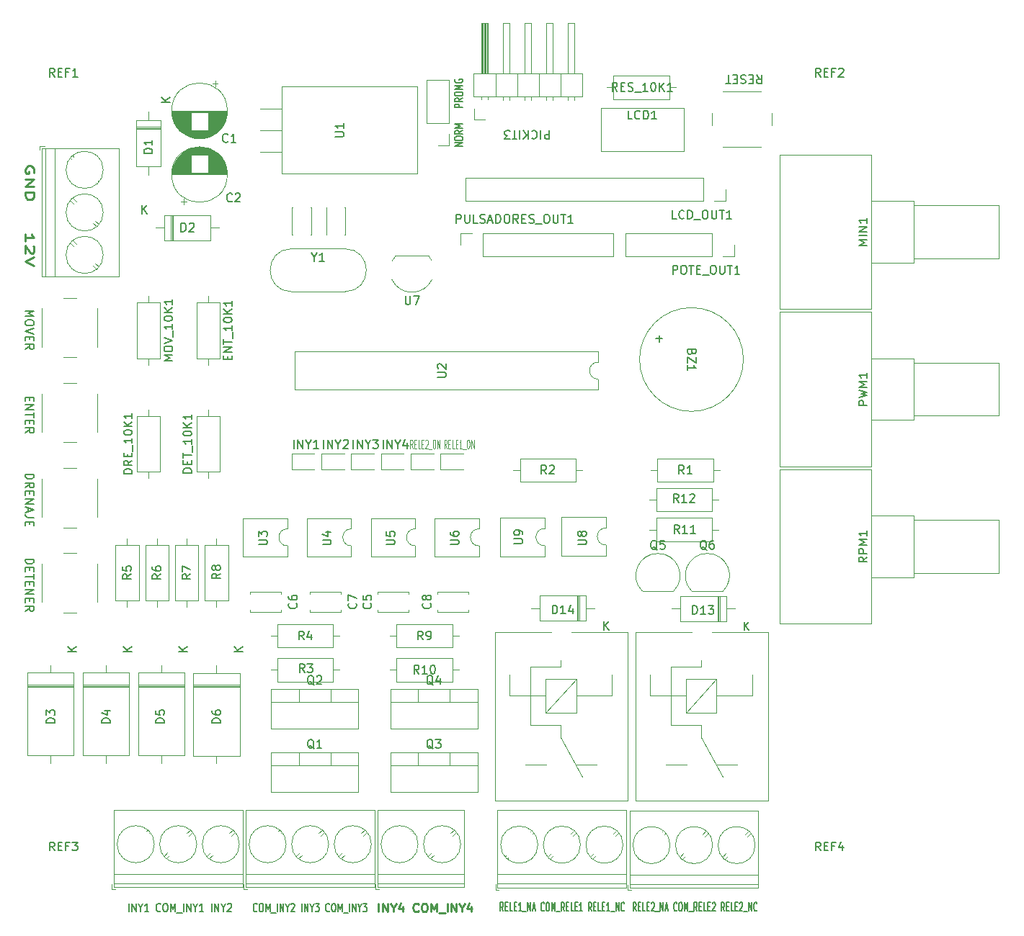
<source format=gbr>
G04 #@! TF.GenerationSoftware,KiCad,Pcbnew,(5.1.4)-1*
G04 #@! TF.CreationDate,2021-08-27T17:13:55-03:00*
G04 #@! TF.ProjectId,INYECTORES,494e5945-4354-44f5-9245-532e6b696361,rev?*
G04 #@! TF.SameCoordinates,Original*
G04 #@! TF.FileFunction,Legend,Top*
G04 #@! TF.FilePolarity,Positive*
%FSLAX46Y46*%
G04 Gerber Fmt 4.6, Leading zero omitted, Abs format (unit mm)*
G04 Created by KiCad (PCBNEW (5.1.4)-1) date 2021-08-27 17:13:55*
%MOMM*%
%LPD*%
G04 APERTURE LIST*
%ADD10C,0.250000*%
%ADD11C,0.150000*%
%ADD12C,0.125000*%
%ADD13C,0.175000*%
%ADD14C,0.120000*%
G04 APERTURE END LIST*
D10*
X101500000Y-62071428D02*
X101547619Y-61928571D01*
X101547619Y-61714285D01*
X101500000Y-61500000D01*
X101404761Y-61357142D01*
X101309523Y-61285714D01*
X101119047Y-61214285D01*
X100976190Y-61214285D01*
X100785714Y-61285714D01*
X100690476Y-61357142D01*
X100595238Y-61500000D01*
X100547619Y-61714285D01*
X100547619Y-61857142D01*
X100595238Y-62071428D01*
X100642857Y-62142857D01*
X100976190Y-62142857D01*
X100976190Y-61857142D01*
X100547619Y-62785714D02*
X101547619Y-62785714D01*
X100547619Y-63642857D01*
X101547619Y-63642857D01*
X100547619Y-64357142D02*
X101547619Y-64357142D01*
X101547619Y-64714285D01*
X101500000Y-64928571D01*
X101404761Y-65071428D01*
X101309523Y-65142857D01*
X101119047Y-65214285D01*
X100976190Y-65214285D01*
X100785714Y-65142857D01*
X100690476Y-65071428D01*
X100595238Y-64928571D01*
X100547619Y-64714285D01*
X100547619Y-64357142D01*
X100547619Y-70071428D02*
X100547619Y-69214285D01*
X100547619Y-69642857D02*
X101547619Y-69642857D01*
X101404761Y-69500000D01*
X101309523Y-69357142D01*
X101261904Y-69214285D01*
X101452380Y-70642857D02*
X101500000Y-70714285D01*
X101547619Y-70857142D01*
X101547619Y-71214285D01*
X101500000Y-71357142D01*
X101452380Y-71428571D01*
X101357142Y-71500000D01*
X101261904Y-71500000D01*
X101119047Y-71428571D01*
X100547619Y-70571428D01*
X100547619Y-71500000D01*
X101547619Y-71928571D02*
X100547619Y-72428571D01*
X101547619Y-72928571D01*
D11*
X142571428Y-94452380D02*
X142571428Y-93452380D01*
X143047619Y-94452380D02*
X143047619Y-93452380D01*
X143619047Y-94452380D01*
X143619047Y-93452380D01*
X144285714Y-93976190D02*
X144285714Y-94452380D01*
X143952380Y-93452380D02*
X144285714Y-93976190D01*
X144619047Y-93452380D01*
X145380952Y-93785714D02*
X145380952Y-94452380D01*
X145142857Y-93404761D02*
X144904761Y-94119047D01*
X145523809Y-94119047D01*
X139071428Y-94452380D02*
X139071428Y-93452380D01*
X139547619Y-94452380D02*
X139547619Y-93452380D01*
X140119047Y-94452380D01*
X140119047Y-93452380D01*
X140785714Y-93976190D02*
X140785714Y-94452380D01*
X140452380Y-93452380D02*
X140785714Y-93976190D01*
X141119047Y-93452380D01*
X141357142Y-93452380D02*
X141976190Y-93452380D01*
X141642857Y-93833333D01*
X141785714Y-93833333D01*
X141880952Y-93880952D01*
X141928571Y-93928571D01*
X141976190Y-94023809D01*
X141976190Y-94261904D01*
X141928571Y-94357142D01*
X141880952Y-94404761D01*
X141785714Y-94452380D01*
X141500000Y-94452380D01*
X141404761Y-94404761D01*
X141357142Y-94357142D01*
X135571428Y-94452380D02*
X135571428Y-93452380D01*
X136047619Y-94452380D02*
X136047619Y-93452380D01*
X136619047Y-94452380D01*
X136619047Y-93452380D01*
X137285714Y-93976190D02*
X137285714Y-94452380D01*
X136952380Y-93452380D02*
X137285714Y-93976190D01*
X137619047Y-93452380D01*
X137904761Y-93547619D02*
X137952380Y-93500000D01*
X138047619Y-93452380D01*
X138285714Y-93452380D01*
X138380952Y-93500000D01*
X138428571Y-93547619D01*
X138476190Y-93642857D01*
X138476190Y-93738095D01*
X138428571Y-93880952D01*
X137857142Y-94452380D01*
X138476190Y-94452380D01*
X132071428Y-94452380D02*
X132071428Y-93452380D01*
X132547619Y-94452380D02*
X132547619Y-93452380D01*
X133119047Y-94452380D01*
X133119047Y-93452380D01*
X133785714Y-93976190D02*
X133785714Y-94452380D01*
X133452380Y-93452380D02*
X133785714Y-93976190D01*
X134119047Y-93452380D01*
X134976190Y-94452380D02*
X134404761Y-94452380D01*
X134690476Y-94452380D02*
X134690476Y-93452380D01*
X134595238Y-93595238D01*
X134500000Y-93690476D01*
X134404761Y-93738095D01*
D12*
X146047619Y-94452380D02*
X145880952Y-93976190D01*
X145761904Y-94452380D02*
X145761904Y-93452380D01*
X145952380Y-93452380D01*
X146000000Y-93500000D01*
X146023809Y-93547619D01*
X146047619Y-93642857D01*
X146047619Y-93785714D01*
X146023809Y-93880952D01*
X146000000Y-93928571D01*
X145952380Y-93976190D01*
X145761904Y-93976190D01*
X146261904Y-93928571D02*
X146428571Y-93928571D01*
X146500000Y-94452380D02*
X146261904Y-94452380D01*
X146261904Y-93452380D01*
X146500000Y-93452380D01*
X146952380Y-94452380D02*
X146714285Y-94452380D01*
X146714285Y-93452380D01*
X147119047Y-93928571D02*
X147285714Y-93928571D01*
X147357142Y-94452380D02*
X147119047Y-94452380D01*
X147119047Y-93452380D01*
X147357142Y-93452380D01*
X147547619Y-93547619D02*
X147571428Y-93500000D01*
X147619047Y-93452380D01*
X147738095Y-93452380D01*
X147785714Y-93500000D01*
X147809523Y-93547619D01*
X147833333Y-93642857D01*
X147833333Y-93738095D01*
X147809523Y-93880952D01*
X147523809Y-94452380D01*
X147833333Y-94452380D01*
X147928571Y-94547619D02*
X148309523Y-94547619D01*
X148523809Y-93452380D02*
X148619047Y-93452380D01*
X148666666Y-93500000D01*
X148714285Y-93595238D01*
X148738095Y-93785714D01*
X148738095Y-94119047D01*
X148714285Y-94309523D01*
X148666666Y-94404761D01*
X148619047Y-94452380D01*
X148523809Y-94452380D01*
X148476190Y-94404761D01*
X148428571Y-94309523D01*
X148404761Y-94119047D01*
X148404761Y-93785714D01*
X148428571Y-93595238D01*
X148476190Y-93500000D01*
X148523809Y-93452380D01*
X148952380Y-94452380D02*
X148952380Y-93452380D01*
X149238095Y-94452380D01*
X149238095Y-93452380D01*
X150047619Y-94452380D02*
X149880952Y-93976190D01*
X149761904Y-94452380D02*
X149761904Y-93452380D01*
X149952380Y-93452380D01*
X150000000Y-93500000D01*
X150023809Y-93547619D01*
X150047619Y-93642857D01*
X150047619Y-93785714D01*
X150023809Y-93880952D01*
X150000000Y-93928571D01*
X149952380Y-93976190D01*
X149761904Y-93976190D01*
X150261904Y-93928571D02*
X150428571Y-93928571D01*
X150500000Y-94452380D02*
X150261904Y-94452380D01*
X150261904Y-93452380D01*
X150500000Y-93452380D01*
X150952380Y-94452380D02*
X150714285Y-94452380D01*
X150714285Y-93452380D01*
X151119047Y-93928571D02*
X151285714Y-93928571D01*
X151357142Y-94452380D02*
X151119047Y-94452380D01*
X151119047Y-93452380D01*
X151357142Y-93452380D01*
X151833333Y-94452380D02*
X151547619Y-94452380D01*
X151690476Y-94452380D02*
X151690476Y-93452380D01*
X151642857Y-93595238D01*
X151595238Y-93690476D01*
X151547619Y-93738095D01*
X151928571Y-94547619D02*
X152309523Y-94547619D01*
X152523809Y-93452380D02*
X152619047Y-93452380D01*
X152666666Y-93500000D01*
X152714285Y-93595238D01*
X152738095Y-93785714D01*
X152738095Y-94119047D01*
X152714285Y-94309523D01*
X152666666Y-94404761D01*
X152619047Y-94452380D01*
X152523809Y-94452380D01*
X152476190Y-94404761D01*
X152428571Y-94309523D01*
X152404761Y-94119047D01*
X152404761Y-93785714D01*
X152428571Y-93595238D01*
X152476190Y-93500000D01*
X152523809Y-93452380D01*
X152952380Y-94452380D02*
X152952380Y-93452380D01*
X153238095Y-94452380D01*
X153238095Y-93452380D01*
D11*
X100547619Y-107476190D02*
X101547619Y-107476190D01*
X101547619Y-107714285D01*
X101500000Y-107857142D01*
X101404761Y-107952380D01*
X101309523Y-108000000D01*
X101119047Y-108047619D01*
X100976190Y-108047619D01*
X100785714Y-108000000D01*
X100690476Y-107952380D01*
X100595238Y-107857142D01*
X100547619Y-107714285D01*
X100547619Y-107476190D01*
X101071428Y-108476190D02*
X101071428Y-108809523D01*
X100547619Y-108952380D02*
X100547619Y-108476190D01*
X101547619Y-108476190D01*
X101547619Y-108952380D01*
X101547619Y-109238095D02*
X101547619Y-109809523D01*
X100547619Y-109523809D02*
X101547619Y-109523809D01*
X101071428Y-110142857D02*
X101071428Y-110476190D01*
X100547619Y-110619047D02*
X100547619Y-110142857D01*
X101547619Y-110142857D01*
X101547619Y-110619047D01*
X100547619Y-111047619D02*
X101547619Y-111047619D01*
X100547619Y-111619047D01*
X101547619Y-111619047D01*
X101071428Y-112095238D02*
X101071428Y-112428571D01*
X100547619Y-112571428D02*
X100547619Y-112095238D01*
X101547619Y-112095238D01*
X101547619Y-112571428D01*
X100547619Y-113571428D02*
X101023809Y-113238095D01*
X100547619Y-113000000D02*
X101547619Y-113000000D01*
X101547619Y-113380952D01*
X101500000Y-113476190D01*
X101452380Y-113523809D01*
X101357142Y-113571428D01*
X101214285Y-113571428D01*
X101119047Y-113523809D01*
X101071428Y-113476190D01*
X101023809Y-113380952D01*
X101023809Y-113000000D01*
X100547619Y-97500000D02*
X101547619Y-97500000D01*
X101547619Y-97738095D01*
X101500000Y-97880952D01*
X101404761Y-97976190D01*
X101309523Y-98023809D01*
X101119047Y-98071428D01*
X100976190Y-98071428D01*
X100785714Y-98023809D01*
X100690476Y-97976190D01*
X100595238Y-97880952D01*
X100547619Y-97738095D01*
X100547619Y-97500000D01*
X100547619Y-99071428D02*
X101023809Y-98738095D01*
X100547619Y-98500000D02*
X101547619Y-98500000D01*
X101547619Y-98880952D01*
X101500000Y-98976190D01*
X101452380Y-99023809D01*
X101357142Y-99071428D01*
X101214285Y-99071428D01*
X101119047Y-99023809D01*
X101071428Y-98976190D01*
X101023809Y-98880952D01*
X101023809Y-98500000D01*
X101071428Y-99500000D02*
X101071428Y-99833333D01*
X100547619Y-99976190D02*
X100547619Y-99500000D01*
X101547619Y-99500000D01*
X101547619Y-99976190D01*
X100547619Y-100404761D02*
X101547619Y-100404761D01*
X100547619Y-100976190D01*
X101547619Y-100976190D01*
X100833333Y-101404761D02*
X100833333Y-101880952D01*
X100547619Y-101309523D02*
X101547619Y-101642857D01*
X100547619Y-101976190D01*
X101547619Y-102595238D02*
X100833333Y-102595238D01*
X100690476Y-102547619D01*
X100595238Y-102452380D01*
X100547619Y-102309523D01*
X100547619Y-102214285D01*
X101071428Y-103071428D02*
X101071428Y-103404761D01*
X100547619Y-103547619D02*
X100547619Y-103071428D01*
X101547619Y-103071428D01*
X101547619Y-103547619D01*
X101071428Y-88428571D02*
X101071428Y-88761904D01*
X100547619Y-88904761D02*
X100547619Y-88428571D01*
X101547619Y-88428571D01*
X101547619Y-88904761D01*
X100547619Y-89333333D02*
X101547619Y-89333333D01*
X100547619Y-89904761D01*
X101547619Y-89904761D01*
X101547619Y-90238095D02*
X101547619Y-90809523D01*
X100547619Y-90523809D02*
X101547619Y-90523809D01*
X101071428Y-91142857D02*
X101071428Y-91476190D01*
X100547619Y-91619047D02*
X100547619Y-91142857D01*
X101547619Y-91142857D01*
X101547619Y-91619047D01*
X100547619Y-92619047D02*
X101023809Y-92285714D01*
X100547619Y-92047619D02*
X101547619Y-92047619D01*
X101547619Y-92428571D01*
X101500000Y-92523809D01*
X101452380Y-92571428D01*
X101357142Y-92619047D01*
X101214285Y-92619047D01*
X101119047Y-92571428D01*
X101071428Y-92523809D01*
X101023809Y-92428571D01*
X101023809Y-92047619D01*
X100547619Y-78261904D02*
X101547619Y-78261904D01*
X100833333Y-78595238D01*
X101547619Y-78928571D01*
X100547619Y-78928571D01*
X101547619Y-79595238D02*
X101547619Y-79785714D01*
X101500000Y-79880952D01*
X101404761Y-79976190D01*
X101214285Y-80023809D01*
X100880952Y-80023809D01*
X100690476Y-79976190D01*
X100595238Y-79880952D01*
X100547619Y-79785714D01*
X100547619Y-79595238D01*
X100595238Y-79500000D01*
X100690476Y-79404761D01*
X100880952Y-79357142D01*
X101214285Y-79357142D01*
X101404761Y-79404761D01*
X101500000Y-79500000D01*
X101547619Y-79595238D01*
X101547619Y-80309523D02*
X100547619Y-80642857D01*
X101547619Y-80976190D01*
X101071428Y-81309523D02*
X101071428Y-81642857D01*
X100547619Y-81785714D02*
X100547619Y-81309523D01*
X101547619Y-81309523D01*
X101547619Y-81785714D01*
X100547619Y-82785714D02*
X101023809Y-82452380D01*
X100547619Y-82214285D02*
X101547619Y-82214285D01*
X101547619Y-82595238D01*
X101500000Y-82690476D01*
X101452380Y-82738095D01*
X101357142Y-82785714D01*
X101214285Y-82785714D01*
X101119047Y-82738095D01*
X101071428Y-82690476D01*
X101023809Y-82595238D01*
X101023809Y-82214285D01*
X186452380Y-50547619D02*
X186785714Y-51023809D01*
X187023809Y-50547619D02*
X187023809Y-51547619D01*
X186642857Y-51547619D01*
X186547619Y-51500000D01*
X186500000Y-51452380D01*
X186452380Y-51357142D01*
X186452380Y-51214285D01*
X186500000Y-51119047D01*
X186547619Y-51071428D01*
X186642857Y-51023809D01*
X187023809Y-51023809D01*
X186023809Y-51071428D02*
X185690476Y-51071428D01*
X185547619Y-50547619D02*
X186023809Y-50547619D01*
X186023809Y-51547619D01*
X185547619Y-51547619D01*
X185166666Y-50595238D02*
X185023809Y-50547619D01*
X184785714Y-50547619D01*
X184690476Y-50595238D01*
X184642857Y-50642857D01*
X184595238Y-50738095D01*
X184595238Y-50833333D01*
X184642857Y-50928571D01*
X184690476Y-50976190D01*
X184785714Y-51023809D01*
X184976190Y-51071428D01*
X185071428Y-51119047D01*
X185119047Y-51166666D01*
X185166666Y-51261904D01*
X185166666Y-51357142D01*
X185119047Y-51452380D01*
X185071428Y-51500000D01*
X184976190Y-51547619D01*
X184738095Y-51547619D01*
X184595238Y-51500000D01*
X184166666Y-51071428D02*
X183833333Y-51071428D01*
X183690476Y-50547619D02*
X184166666Y-50547619D01*
X184166666Y-51547619D01*
X183690476Y-51547619D01*
X183404761Y-51547619D02*
X182833333Y-51547619D01*
X183119047Y-50547619D02*
X183119047Y-51547619D01*
D13*
X151952380Y-58933333D02*
X150952380Y-58933333D01*
X151952380Y-58533333D01*
X150952380Y-58533333D01*
X150952380Y-58066666D02*
X150952380Y-57933333D01*
X151000000Y-57866666D01*
X151095238Y-57800000D01*
X151285714Y-57766666D01*
X151619047Y-57766666D01*
X151809523Y-57800000D01*
X151904761Y-57866666D01*
X151952380Y-57933333D01*
X151952380Y-58066666D01*
X151904761Y-58133333D01*
X151809523Y-58200000D01*
X151619047Y-58233333D01*
X151285714Y-58233333D01*
X151095238Y-58200000D01*
X151000000Y-58133333D01*
X150952380Y-58066666D01*
X151952380Y-57066666D02*
X151476190Y-57300000D01*
X151952380Y-57466666D02*
X150952380Y-57466666D01*
X150952380Y-57200000D01*
X151000000Y-57133333D01*
X151047619Y-57100000D01*
X151142857Y-57066666D01*
X151285714Y-57066666D01*
X151380952Y-57100000D01*
X151428571Y-57133333D01*
X151476190Y-57200000D01*
X151476190Y-57466666D01*
X151952380Y-56766666D02*
X150952380Y-56766666D01*
X151666666Y-56533333D01*
X150952380Y-56300000D01*
X151952380Y-56300000D01*
X151952380Y-54366666D02*
X150952380Y-54366666D01*
X150952380Y-54100000D01*
X151000000Y-54033333D01*
X151047619Y-54000000D01*
X151142857Y-53966666D01*
X151285714Y-53966666D01*
X151380952Y-54000000D01*
X151428571Y-54033333D01*
X151476190Y-54100000D01*
X151476190Y-54366666D01*
X151952380Y-53266666D02*
X151476190Y-53500000D01*
X151952380Y-53666666D02*
X150952380Y-53666666D01*
X150952380Y-53400000D01*
X151000000Y-53333333D01*
X151047619Y-53300000D01*
X151142857Y-53266666D01*
X151285714Y-53266666D01*
X151380952Y-53300000D01*
X151428571Y-53333333D01*
X151476190Y-53400000D01*
X151476190Y-53666666D01*
X150952380Y-52833333D02*
X150952380Y-52700000D01*
X151000000Y-52633333D01*
X151095238Y-52566666D01*
X151285714Y-52533333D01*
X151619047Y-52533333D01*
X151809523Y-52566666D01*
X151904761Y-52633333D01*
X151952380Y-52700000D01*
X151952380Y-52833333D01*
X151904761Y-52900000D01*
X151809523Y-52966666D01*
X151619047Y-53000000D01*
X151285714Y-53000000D01*
X151095238Y-52966666D01*
X151000000Y-52900000D01*
X150952380Y-52833333D01*
X151952380Y-52233333D02*
X150952380Y-52233333D01*
X151666666Y-52000000D01*
X150952380Y-51766666D01*
X151952380Y-51766666D01*
X151000000Y-51066666D02*
X150952380Y-51133333D01*
X150952380Y-51233333D01*
X151000000Y-51333333D01*
X151095238Y-51400000D01*
X151190476Y-51433333D01*
X151380952Y-51466666D01*
X151523809Y-51466666D01*
X151714285Y-51433333D01*
X151809523Y-51400000D01*
X151904761Y-51333333D01*
X151952380Y-51233333D01*
X151952380Y-51166666D01*
X151904761Y-51066666D01*
X151857142Y-51033333D01*
X151523809Y-51033333D01*
X151523809Y-51166666D01*
D11*
X172285714Y-148852380D02*
X172085714Y-148376190D01*
X171942857Y-148852380D02*
X171942857Y-147852380D01*
X172171428Y-147852380D01*
X172228571Y-147900000D01*
X172257142Y-147947619D01*
X172285714Y-148042857D01*
X172285714Y-148185714D01*
X172257142Y-148280952D01*
X172228571Y-148328571D01*
X172171428Y-148376190D01*
X171942857Y-148376190D01*
X172542857Y-148328571D02*
X172742857Y-148328571D01*
X172828571Y-148852380D02*
X172542857Y-148852380D01*
X172542857Y-147852380D01*
X172828571Y-147852380D01*
X173371428Y-148852380D02*
X173085714Y-148852380D01*
X173085714Y-147852380D01*
X173571428Y-148328571D02*
X173771428Y-148328571D01*
X173857142Y-148852380D02*
X173571428Y-148852380D01*
X173571428Y-147852380D01*
X173857142Y-147852380D01*
X174085714Y-147947619D02*
X174114285Y-147900000D01*
X174171428Y-147852380D01*
X174314285Y-147852380D01*
X174371428Y-147900000D01*
X174400000Y-147947619D01*
X174428571Y-148042857D01*
X174428571Y-148138095D01*
X174400000Y-148280952D01*
X174057142Y-148852380D01*
X174428571Y-148852380D01*
X174542857Y-148947619D02*
X175000000Y-148947619D01*
X175142857Y-148852380D02*
X175142857Y-147852380D01*
X175485714Y-148852380D01*
X175485714Y-147852380D01*
X175742857Y-148566666D02*
X176028571Y-148566666D01*
X175685714Y-148852380D02*
X175885714Y-147852380D01*
X176085714Y-148852380D01*
X177085714Y-148757142D02*
X177057142Y-148804761D01*
X176971428Y-148852380D01*
X176914285Y-148852380D01*
X176828571Y-148804761D01*
X176771428Y-148709523D01*
X176742857Y-148614285D01*
X176714285Y-148423809D01*
X176714285Y-148280952D01*
X176742857Y-148090476D01*
X176771428Y-147995238D01*
X176828571Y-147900000D01*
X176914285Y-147852380D01*
X176971428Y-147852380D01*
X177057142Y-147900000D01*
X177085714Y-147947619D01*
X177457142Y-147852380D02*
X177571428Y-147852380D01*
X177628571Y-147900000D01*
X177685714Y-147995238D01*
X177714285Y-148185714D01*
X177714285Y-148519047D01*
X177685714Y-148709523D01*
X177628571Y-148804761D01*
X177571428Y-148852380D01*
X177457142Y-148852380D01*
X177400000Y-148804761D01*
X177342857Y-148709523D01*
X177314285Y-148519047D01*
X177314285Y-148185714D01*
X177342857Y-147995238D01*
X177400000Y-147900000D01*
X177457142Y-147852380D01*
X177971428Y-148852380D02*
X177971428Y-147852380D01*
X178171428Y-148566666D01*
X178371428Y-147852380D01*
X178371428Y-148852380D01*
X178514285Y-148947619D02*
X178971428Y-148947619D01*
X179457142Y-148852380D02*
X179257142Y-148376190D01*
X179114285Y-148852380D02*
X179114285Y-147852380D01*
X179342857Y-147852380D01*
X179400000Y-147900000D01*
X179428571Y-147947619D01*
X179457142Y-148042857D01*
X179457142Y-148185714D01*
X179428571Y-148280952D01*
X179400000Y-148328571D01*
X179342857Y-148376190D01*
X179114285Y-148376190D01*
X179714285Y-148328571D02*
X179914285Y-148328571D01*
X180000000Y-148852380D02*
X179714285Y-148852380D01*
X179714285Y-147852380D01*
X180000000Y-147852380D01*
X180542857Y-148852380D02*
X180257142Y-148852380D01*
X180257142Y-147852380D01*
X180742857Y-148328571D02*
X180942857Y-148328571D01*
X181028571Y-148852380D02*
X180742857Y-148852380D01*
X180742857Y-147852380D01*
X181028571Y-147852380D01*
X181257142Y-147947619D02*
X181285714Y-147900000D01*
X181342857Y-147852380D01*
X181485714Y-147852380D01*
X181542857Y-147900000D01*
X181571428Y-147947619D01*
X181600000Y-148042857D01*
X181600000Y-148138095D01*
X181571428Y-148280952D01*
X181228571Y-148852380D01*
X181600000Y-148852380D01*
X182657142Y-148852380D02*
X182457142Y-148376190D01*
X182314285Y-148852380D02*
X182314285Y-147852380D01*
X182542857Y-147852380D01*
X182600000Y-147900000D01*
X182628571Y-147947619D01*
X182657142Y-148042857D01*
X182657142Y-148185714D01*
X182628571Y-148280952D01*
X182600000Y-148328571D01*
X182542857Y-148376190D01*
X182314285Y-148376190D01*
X182914285Y-148328571D02*
X183114285Y-148328571D01*
X183200000Y-148852380D02*
X182914285Y-148852380D01*
X182914285Y-147852380D01*
X183200000Y-147852380D01*
X183742857Y-148852380D02*
X183457142Y-148852380D01*
X183457142Y-147852380D01*
X183942857Y-148328571D02*
X184142857Y-148328571D01*
X184228571Y-148852380D02*
X183942857Y-148852380D01*
X183942857Y-147852380D01*
X184228571Y-147852380D01*
X184457142Y-147947619D02*
X184485714Y-147900000D01*
X184542857Y-147852380D01*
X184685714Y-147852380D01*
X184742857Y-147900000D01*
X184771428Y-147947619D01*
X184800000Y-148042857D01*
X184800000Y-148138095D01*
X184771428Y-148280952D01*
X184428571Y-148852380D01*
X184800000Y-148852380D01*
X184914285Y-148947619D02*
X185371428Y-148947619D01*
X185514285Y-148852380D02*
X185514285Y-147852380D01*
X185857142Y-148852380D01*
X185857142Y-147852380D01*
X186485714Y-148757142D02*
X186457142Y-148804761D01*
X186371428Y-148852380D01*
X186314285Y-148852380D01*
X186228571Y-148804761D01*
X186171428Y-148709523D01*
X186142857Y-148614285D01*
X186114285Y-148423809D01*
X186114285Y-148280952D01*
X186142857Y-148090476D01*
X186171428Y-147995238D01*
X186228571Y-147900000D01*
X186314285Y-147852380D01*
X186371428Y-147852380D01*
X186457142Y-147900000D01*
X186485714Y-147947619D01*
X156685714Y-148852380D02*
X156485714Y-148376190D01*
X156342857Y-148852380D02*
X156342857Y-147852380D01*
X156571428Y-147852380D01*
X156628571Y-147900000D01*
X156657142Y-147947619D01*
X156685714Y-148042857D01*
X156685714Y-148185714D01*
X156657142Y-148280952D01*
X156628571Y-148328571D01*
X156571428Y-148376190D01*
X156342857Y-148376190D01*
X156942857Y-148328571D02*
X157142857Y-148328571D01*
X157228571Y-148852380D02*
X156942857Y-148852380D01*
X156942857Y-147852380D01*
X157228571Y-147852380D01*
X157771428Y-148852380D02*
X157485714Y-148852380D01*
X157485714Y-147852380D01*
X157971428Y-148328571D02*
X158171428Y-148328571D01*
X158257142Y-148852380D02*
X157971428Y-148852380D01*
X157971428Y-147852380D01*
X158257142Y-147852380D01*
X158828571Y-148852380D02*
X158485714Y-148852380D01*
X158657142Y-148852380D02*
X158657142Y-147852380D01*
X158600000Y-147995238D01*
X158542857Y-148090476D01*
X158485714Y-148138095D01*
X158942857Y-148947619D02*
X159400000Y-148947619D01*
X159542857Y-148852380D02*
X159542857Y-147852380D01*
X159885714Y-148852380D01*
X159885714Y-147852380D01*
X160142857Y-148566666D02*
X160428571Y-148566666D01*
X160085714Y-148852380D02*
X160285714Y-147852380D01*
X160485714Y-148852380D01*
X161485714Y-148757142D02*
X161457142Y-148804761D01*
X161371428Y-148852380D01*
X161314285Y-148852380D01*
X161228571Y-148804761D01*
X161171428Y-148709523D01*
X161142857Y-148614285D01*
X161114285Y-148423809D01*
X161114285Y-148280952D01*
X161142857Y-148090476D01*
X161171428Y-147995238D01*
X161228571Y-147900000D01*
X161314285Y-147852380D01*
X161371428Y-147852380D01*
X161457142Y-147900000D01*
X161485714Y-147947619D01*
X161857142Y-147852380D02*
X161971428Y-147852380D01*
X162028571Y-147900000D01*
X162085714Y-147995238D01*
X162114285Y-148185714D01*
X162114285Y-148519047D01*
X162085714Y-148709523D01*
X162028571Y-148804761D01*
X161971428Y-148852380D01*
X161857142Y-148852380D01*
X161800000Y-148804761D01*
X161742857Y-148709523D01*
X161714285Y-148519047D01*
X161714285Y-148185714D01*
X161742857Y-147995238D01*
X161800000Y-147900000D01*
X161857142Y-147852380D01*
X162371428Y-148852380D02*
X162371428Y-147852380D01*
X162571428Y-148566666D01*
X162771428Y-147852380D01*
X162771428Y-148852380D01*
X162914285Y-148947619D02*
X163371428Y-148947619D01*
X163857142Y-148852380D02*
X163657142Y-148376190D01*
X163514285Y-148852380D02*
X163514285Y-147852380D01*
X163742857Y-147852380D01*
X163800000Y-147900000D01*
X163828571Y-147947619D01*
X163857142Y-148042857D01*
X163857142Y-148185714D01*
X163828571Y-148280952D01*
X163800000Y-148328571D01*
X163742857Y-148376190D01*
X163514285Y-148376190D01*
X164114285Y-148328571D02*
X164314285Y-148328571D01*
X164400000Y-148852380D02*
X164114285Y-148852380D01*
X164114285Y-147852380D01*
X164400000Y-147852380D01*
X164942857Y-148852380D02*
X164657142Y-148852380D01*
X164657142Y-147852380D01*
X165142857Y-148328571D02*
X165342857Y-148328571D01*
X165428571Y-148852380D02*
X165142857Y-148852380D01*
X165142857Y-147852380D01*
X165428571Y-147852380D01*
X166000000Y-148852380D02*
X165657142Y-148852380D01*
X165828571Y-148852380D02*
X165828571Y-147852380D01*
X165771428Y-147995238D01*
X165714285Y-148090476D01*
X165657142Y-148138095D01*
X167057142Y-148852380D02*
X166857142Y-148376190D01*
X166714285Y-148852380D02*
X166714285Y-147852380D01*
X166942857Y-147852380D01*
X167000000Y-147900000D01*
X167028571Y-147947619D01*
X167057142Y-148042857D01*
X167057142Y-148185714D01*
X167028571Y-148280952D01*
X167000000Y-148328571D01*
X166942857Y-148376190D01*
X166714285Y-148376190D01*
X167314285Y-148328571D02*
X167514285Y-148328571D01*
X167600000Y-148852380D02*
X167314285Y-148852380D01*
X167314285Y-147852380D01*
X167600000Y-147852380D01*
X168142857Y-148852380D02*
X167857142Y-148852380D01*
X167857142Y-147852380D01*
X168342857Y-148328571D02*
X168542857Y-148328571D01*
X168628571Y-148852380D02*
X168342857Y-148852380D01*
X168342857Y-147852380D01*
X168628571Y-147852380D01*
X169200000Y-148852380D02*
X168857142Y-148852380D01*
X169028571Y-148852380D02*
X169028571Y-147852380D01*
X168971428Y-147995238D01*
X168914285Y-148090476D01*
X168857142Y-148138095D01*
X169314285Y-148947619D02*
X169771428Y-148947619D01*
X169914285Y-148852380D02*
X169914285Y-147852380D01*
X170257142Y-148852380D01*
X170257142Y-147852380D01*
X170885714Y-148757142D02*
X170857142Y-148804761D01*
X170771428Y-148852380D01*
X170714285Y-148852380D01*
X170628571Y-148804761D01*
X170571428Y-148709523D01*
X170542857Y-148614285D01*
X170514285Y-148423809D01*
X170514285Y-148280952D01*
X170542857Y-148090476D01*
X170571428Y-147995238D01*
X170628571Y-147900000D01*
X170714285Y-147852380D01*
X170771428Y-147852380D01*
X170857142Y-147900000D01*
X170885714Y-147947619D01*
D10*
X142047619Y-148952380D02*
X142047619Y-147952380D01*
X142523809Y-148952380D02*
X142523809Y-147952380D01*
X143095238Y-148952380D01*
X143095238Y-147952380D01*
X143761904Y-148476190D02*
X143761904Y-148952380D01*
X143428571Y-147952380D02*
X143761904Y-148476190D01*
X144095238Y-147952380D01*
X144857142Y-148285714D02*
X144857142Y-148952380D01*
X144619047Y-147904761D02*
X144380952Y-148619047D01*
X145000000Y-148619047D01*
X146714285Y-148857142D02*
X146666666Y-148904761D01*
X146523809Y-148952380D01*
X146428571Y-148952380D01*
X146285714Y-148904761D01*
X146190476Y-148809523D01*
X146142857Y-148714285D01*
X146095238Y-148523809D01*
X146095238Y-148380952D01*
X146142857Y-148190476D01*
X146190476Y-148095238D01*
X146285714Y-148000000D01*
X146428571Y-147952380D01*
X146523809Y-147952380D01*
X146666666Y-148000000D01*
X146714285Y-148047619D01*
X147333333Y-147952380D02*
X147523809Y-147952380D01*
X147619047Y-148000000D01*
X147714285Y-148095238D01*
X147761904Y-148285714D01*
X147761904Y-148619047D01*
X147714285Y-148809523D01*
X147619047Y-148904761D01*
X147523809Y-148952380D01*
X147333333Y-148952380D01*
X147238095Y-148904761D01*
X147142857Y-148809523D01*
X147095238Y-148619047D01*
X147095238Y-148285714D01*
X147142857Y-148095238D01*
X147238095Y-148000000D01*
X147333333Y-147952380D01*
X148190476Y-148952380D02*
X148190476Y-147952380D01*
X148523809Y-148666666D01*
X148857142Y-147952380D01*
X148857142Y-148952380D01*
X149095238Y-149047619D02*
X149857142Y-149047619D01*
X150095238Y-148952380D02*
X150095238Y-147952380D01*
X150571428Y-148952380D02*
X150571428Y-147952380D01*
X151142857Y-148952380D01*
X151142857Y-147952380D01*
X151809523Y-148476190D02*
X151809523Y-148952380D01*
X151476190Y-147952380D02*
X151809523Y-148476190D01*
X152142857Y-147952380D01*
X152904761Y-148285714D02*
X152904761Y-148952380D01*
X152666666Y-147904761D02*
X152428571Y-148619047D01*
X153047619Y-148619047D01*
D13*
X127766666Y-148857142D02*
X127733333Y-148904761D01*
X127633333Y-148952380D01*
X127566666Y-148952380D01*
X127466666Y-148904761D01*
X127400000Y-148809523D01*
X127366666Y-148714285D01*
X127333333Y-148523809D01*
X127333333Y-148380952D01*
X127366666Y-148190476D01*
X127400000Y-148095238D01*
X127466666Y-148000000D01*
X127566666Y-147952380D01*
X127633333Y-147952380D01*
X127733333Y-148000000D01*
X127766666Y-148047619D01*
X128200000Y-147952380D02*
X128333333Y-147952380D01*
X128400000Y-148000000D01*
X128466666Y-148095238D01*
X128500000Y-148285714D01*
X128500000Y-148619047D01*
X128466666Y-148809523D01*
X128400000Y-148904761D01*
X128333333Y-148952380D01*
X128200000Y-148952380D01*
X128133333Y-148904761D01*
X128066666Y-148809523D01*
X128033333Y-148619047D01*
X128033333Y-148285714D01*
X128066666Y-148095238D01*
X128133333Y-148000000D01*
X128200000Y-147952380D01*
X128800000Y-148952380D02*
X128800000Y-147952380D01*
X129033333Y-148666666D01*
X129266666Y-147952380D01*
X129266666Y-148952380D01*
X129433333Y-149047619D02*
X129966666Y-149047619D01*
X130133333Y-148952380D02*
X130133333Y-147952380D01*
X130466666Y-148952380D02*
X130466666Y-147952380D01*
X130866666Y-148952380D01*
X130866666Y-147952380D01*
X131333333Y-148476190D02*
X131333333Y-148952380D01*
X131100000Y-147952380D02*
X131333333Y-148476190D01*
X131566666Y-147952380D01*
X131766666Y-148047619D02*
X131800000Y-148000000D01*
X131866666Y-147952380D01*
X132033333Y-147952380D01*
X132100000Y-148000000D01*
X132133333Y-148047619D01*
X132166666Y-148142857D01*
X132166666Y-148238095D01*
X132133333Y-148380952D01*
X131733333Y-148952380D01*
X132166666Y-148952380D01*
X133000000Y-148952380D02*
X133000000Y-147952380D01*
X133333333Y-148952380D02*
X133333333Y-147952380D01*
X133733333Y-148952380D01*
X133733333Y-147952380D01*
X134200000Y-148476190D02*
X134200000Y-148952380D01*
X133966666Y-147952380D02*
X134200000Y-148476190D01*
X134433333Y-147952380D01*
X134600000Y-147952380D02*
X135033333Y-147952380D01*
X134800000Y-148333333D01*
X134900000Y-148333333D01*
X134966666Y-148380952D01*
X135000000Y-148428571D01*
X135033333Y-148523809D01*
X135033333Y-148761904D01*
X135000000Y-148857142D01*
X134966666Y-148904761D01*
X134900000Y-148952380D01*
X134700000Y-148952380D01*
X134633333Y-148904761D01*
X134600000Y-148857142D01*
X136266666Y-148857142D02*
X136233333Y-148904761D01*
X136133333Y-148952380D01*
X136066666Y-148952380D01*
X135966666Y-148904761D01*
X135900000Y-148809523D01*
X135866666Y-148714285D01*
X135833333Y-148523809D01*
X135833333Y-148380952D01*
X135866666Y-148190476D01*
X135900000Y-148095238D01*
X135966666Y-148000000D01*
X136066666Y-147952380D01*
X136133333Y-147952380D01*
X136233333Y-148000000D01*
X136266666Y-148047619D01*
X136700000Y-147952380D02*
X136833333Y-147952380D01*
X136900000Y-148000000D01*
X136966666Y-148095238D01*
X137000000Y-148285714D01*
X137000000Y-148619047D01*
X136966666Y-148809523D01*
X136900000Y-148904761D01*
X136833333Y-148952380D01*
X136700000Y-148952380D01*
X136633333Y-148904761D01*
X136566666Y-148809523D01*
X136533333Y-148619047D01*
X136533333Y-148285714D01*
X136566666Y-148095238D01*
X136633333Y-148000000D01*
X136700000Y-147952380D01*
X137300000Y-148952380D02*
X137300000Y-147952380D01*
X137533333Y-148666666D01*
X137766666Y-147952380D01*
X137766666Y-148952380D01*
X137933333Y-149047619D02*
X138466666Y-149047619D01*
X138633333Y-148952380D02*
X138633333Y-147952380D01*
X138966666Y-148952380D02*
X138966666Y-147952380D01*
X139366666Y-148952380D01*
X139366666Y-147952380D01*
X139833333Y-148476190D02*
X139833333Y-148952380D01*
X139600000Y-147952380D02*
X139833333Y-148476190D01*
X140066666Y-147952380D01*
X140233333Y-147952380D02*
X140666666Y-147952380D01*
X140433333Y-148333333D01*
X140533333Y-148333333D01*
X140600000Y-148380952D01*
X140633333Y-148428571D01*
X140666666Y-148523809D01*
X140666666Y-148761904D01*
X140633333Y-148857142D01*
X140600000Y-148904761D01*
X140533333Y-148952380D01*
X140333333Y-148952380D01*
X140266666Y-148904761D01*
X140233333Y-148857142D01*
X112695238Y-148952380D02*
X112695238Y-147952380D01*
X113076190Y-148952380D02*
X113076190Y-147952380D01*
X113533333Y-148952380D01*
X113533333Y-147952380D01*
X114066666Y-148476190D02*
X114066666Y-148952380D01*
X113800000Y-147952380D02*
X114066666Y-148476190D01*
X114333333Y-147952380D01*
X115019047Y-148952380D02*
X114561904Y-148952380D01*
X114790476Y-148952380D02*
X114790476Y-147952380D01*
X114714285Y-148095238D01*
X114638095Y-148190476D01*
X114561904Y-148238095D01*
X116428571Y-148857142D02*
X116390476Y-148904761D01*
X116276190Y-148952380D01*
X116200000Y-148952380D01*
X116085714Y-148904761D01*
X116009523Y-148809523D01*
X115971428Y-148714285D01*
X115933333Y-148523809D01*
X115933333Y-148380952D01*
X115971428Y-148190476D01*
X116009523Y-148095238D01*
X116085714Y-148000000D01*
X116200000Y-147952380D01*
X116276190Y-147952380D01*
X116390476Y-148000000D01*
X116428571Y-148047619D01*
X116923809Y-147952380D02*
X117076190Y-147952380D01*
X117152380Y-148000000D01*
X117228571Y-148095238D01*
X117266666Y-148285714D01*
X117266666Y-148619047D01*
X117228571Y-148809523D01*
X117152380Y-148904761D01*
X117076190Y-148952380D01*
X116923809Y-148952380D01*
X116847619Y-148904761D01*
X116771428Y-148809523D01*
X116733333Y-148619047D01*
X116733333Y-148285714D01*
X116771428Y-148095238D01*
X116847619Y-148000000D01*
X116923809Y-147952380D01*
X117609523Y-148952380D02*
X117609523Y-147952380D01*
X117876190Y-148666666D01*
X118142857Y-147952380D01*
X118142857Y-148952380D01*
X118333333Y-149047619D02*
X118942857Y-149047619D01*
X119133333Y-148952380D02*
X119133333Y-147952380D01*
X119514285Y-148952380D02*
X119514285Y-147952380D01*
X119971428Y-148952380D01*
X119971428Y-147952380D01*
X120504761Y-148476190D02*
X120504761Y-148952380D01*
X120238095Y-147952380D02*
X120504761Y-148476190D01*
X120771428Y-147952380D01*
X121457142Y-148952380D02*
X121000000Y-148952380D01*
X121228571Y-148952380D02*
X121228571Y-147952380D01*
X121152380Y-148095238D01*
X121076190Y-148190476D01*
X121000000Y-148238095D01*
X122409523Y-148952380D02*
X122409523Y-147952380D01*
X122790476Y-148952380D02*
X122790476Y-147952380D01*
X123247619Y-148952380D01*
X123247619Y-147952380D01*
X123780952Y-148476190D02*
X123780952Y-148952380D01*
X123514285Y-147952380D02*
X123780952Y-148476190D01*
X124047619Y-147952380D01*
X124276190Y-148047619D02*
X124314285Y-148000000D01*
X124390476Y-147952380D01*
X124580952Y-147952380D01*
X124657142Y-148000000D01*
X124695238Y-148047619D01*
X124733333Y-148142857D01*
X124733333Y-148238095D01*
X124695238Y-148380952D01*
X124238095Y-148952380D01*
X124733333Y-148952380D01*
D14*
X105000000Y-103750000D02*
X106500000Y-103750000D01*
X109000000Y-102500000D02*
X109000000Y-98000000D01*
X106500000Y-96750000D02*
X105000000Y-96750000D01*
X102500000Y-98000000D02*
X102500000Y-102500000D01*
X178150000Y-125550000D02*
X178150000Y-121550000D01*
X181750000Y-125550000D02*
X178150000Y-125550000D01*
X181750000Y-121550000D02*
X181750000Y-125550000D01*
X178150000Y-121550000D02*
X181750000Y-121550000D01*
X178150000Y-125550000D02*
X181750000Y-121550000D01*
X178150000Y-123550000D02*
X173950000Y-123550000D01*
X185950000Y-123550000D02*
X181750000Y-123550000D01*
X179950000Y-120150000D02*
X176350000Y-120150000D01*
X179950000Y-126950000D02*
X176350000Y-126950000D01*
X176350000Y-126950000D02*
X176350000Y-120150000D01*
X179950000Y-128450000D02*
X182450000Y-133050000D01*
X179950000Y-126950000D02*
X179950000Y-128450000D01*
X185950000Y-123550000D02*
X185950000Y-121050000D01*
X179950000Y-120150000D02*
X179950000Y-119350000D01*
X173950000Y-121050000D02*
X173950000Y-123550000D01*
X184200000Y-131650000D02*
X181700000Y-131650000D01*
X175800000Y-131650000D02*
X178250000Y-131650000D01*
X172200000Y-135900000D02*
X172200000Y-116100000D01*
X187800000Y-135900000D02*
X172200000Y-135900000D01*
X187800000Y-116100000D02*
X187800000Y-135900000D01*
X187800000Y-116100000D02*
X181200000Y-116100000D01*
X178800000Y-116100000D02*
X172200000Y-116100000D01*
X148930000Y-111575000D02*
X148930000Y-111330000D01*
X148930000Y-113670000D02*
X148930000Y-113425000D01*
X152570000Y-111575000D02*
X152570000Y-111330000D01*
X152570000Y-113670000D02*
X152570000Y-113425000D01*
X152570000Y-111330000D02*
X148930000Y-111330000D01*
X152570000Y-113670000D02*
X148930000Y-113670000D01*
X133930000Y-111575000D02*
X133930000Y-111330000D01*
X133930000Y-113670000D02*
X133930000Y-113425000D01*
X137570000Y-111575000D02*
X137570000Y-111330000D01*
X137570000Y-113670000D02*
X137570000Y-113425000D01*
X137570000Y-111330000D02*
X133930000Y-111330000D01*
X137570000Y-113670000D02*
X133930000Y-113670000D01*
X130570000Y-113425000D02*
X130570000Y-113670000D01*
X130570000Y-111330000D02*
X130570000Y-111575000D01*
X126930000Y-113425000D02*
X126930000Y-113670000D01*
X126930000Y-111330000D02*
X126930000Y-111575000D01*
X126930000Y-113670000D02*
X130570000Y-113670000D01*
X126930000Y-111330000D02*
X130570000Y-111330000D01*
X145570000Y-113425000D02*
X145570000Y-113670000D01*
X145570000Y-111330000D02*
X145570000Y-111575000D01*
X141930000Y-113425000D02*
X141930000Y-113670000D01*
X141930000Y-111330000D02*
X141930000Y-111575000D01*
X141930000Y-113670000D02*
X145570000Y-113670000D01*
X141930000Y-111330000D02*
X145570000Y-111330000D01*
X151670000Y-70500000D02*
X151670000Y-69170000D01*
X151670000Y-69170000D02*
X153000000Y-69170000D01*
X154270000Y-69170000D02*
X169570000Y-69170000D01*
X169570000Y-71830000D02*
X169570000Y-69170000D01*
X154270000Y-71830000D02*
X169570000Y-71830000D01*
X154270000Y-71830000D02*
X154270000Y-69170000D01*
X183830000Y-70500000D02*
X183830000Y-71830000D01*
X183830000Y-71830000D02*
X182500000Y-71830000D01*
X181230000Y-71830000D02*
X171010000Y-71830000D01*
X171010000Y-69170000D02*
X171010000Y-71830000D01*
X181230000Y-69170000D02*
X171010000Y-69170000D01*
X181230000Y-69170000D02*
X181230000Y-71830000D01*
X182508478Y-111238478D02*
G75*
G03X180670000Y-106800000I-1838478J1838478D01*
G01*
X178831522Y-111238478D02*
G75*
G02X180670000Y-106800000I1838478J1838478D01*
G01*
X178870000Y-111250000D02*
X182470000Y-111250000D01*
X176698478Y-111243478D02*
G75*
G03X174860000Y-106805000I-1838478J1838478D01*
G01*
X173021522Y-111243478D02*
G75*
G02X174860000Y-106805000I1838478J1838478D01*
G01*
X173060000Y-111255000D02*
X176660000Y-111255000D01*
X150391000Y-122730000D02*
X150391000Y-124240000D01*
X146690000Y-122730000D02*
X146690000Y-124240000D01*
X143420000Y-124240000D02*
X153660000Y-124240000D01*
X153660000Y-122730000D02*
X153660000Y-127371000D01*
X143420000Y-122730000D02*
X143420000Y-127371000D01*
X143420000Y-127371000D02*
X153660000Y-127371000D01*
X143420000Y-122730000D02*
X153660000Y-122730000D01*
X150391000Y-130230000D02*
X150391000Y-131740000D01*
X146690000Y-130230000D02*
X146690000Y-131740000D01*
X143420000Y-131740000D02*
X153660000Y-131740000D01*
X153660000Y-130230000D02*
X153660000Y-134871000D01*
X143420000Y-130230000D02*
X143420000Y-134871000D01*
X143420000Y-134871000D02*
X153660000Y-134871000D01*
X143420000Y-130230000D02*
X153660000Y-130230000D01*
X136391000Y-122730000D02*
X136391000Y-124240000D01*
X132690000Y-122730000D02*
X132690000Y-124240000D01*
X129420000Y-124240000D02*
X139660000Y-124240000D01*
X139660000Y-122730000D02*
X139660000Y-127371000D01*
X129420000Y-122730000D02*
X129420000Y-127371000D01*
X129420000Y-127371000D02*
X139660000Y-127371000D01*
X129420000Y-122730000D02*
X139660000Y-122730000D01*
X136391000Y-130230000D02*
X136391000Y-131740000D01*
X132690000Y-130230000D02*
X132690000Y-131740000D01*
X129420000Y-131740000D02*
X139660000Y-131740000D01*
X139660000Y-130230000D02*
X139660000Y-134871000D01*
X129420000Y-130230000D02*
X129420000Y-134871000D01*
X129420000Y-134871000D02*
X139660000Y-134871000D01*
X129420000Y-130230000D02*
X139660000Y-130230000D01*
X161525000Y-107140000D02*
X161525000Y-105890000D01*
X156325000Y-107140000D02*
X161525000Y-107140000D01*
X156325000Y-102640000D02*
X156325000Y-107140000D01*
X161525000Y-102640000D02*
X156325000Y-102640000D01*
X161525000Y-103890000D02*
X161525000Y-102640000D01*
X161525000Y-105890000D02*
G75*
G02X161525000Y-103890000I0J1000000D01*
G01*
X168730000Y-107060000D02*
X168730000Y-105810000D01*
X163530000Y-107060000D02*
X168730000Y-107060000D01*
X163530000Y-102560000D02*
X163530000Y-107060000D01*
X168730000Y-102560000D02*
X163530000Y-102560000D01*
X168730000Y-103810000D02*
X168730000Y-102560000D01*
X168730000Y-105810000D02*
G75*
G02X168730000Y-103810000I0J1000000D01*
G01*
X173880000Y-100500000D02*
X174650000Y-100500000D01*
X181960000Y-100500000D02*
X181190000Y-100500000D01*
X174650000Y-101870000D02*
X181190000Y-101870000D01*
X174650000Y-99130000D02*
X174650000Y-101870000D01*
X181190000Y-99130000D02*
X174650000Y-99130000D01*
X181190000Y-101870000D02*
X181190000Y-99130000D01*
X173880000Y-104000000D02*
X174650000Y-104000000D01*
X181960000Y-104000000D02*
X181190000Y-104000000D01*
X174650000Y-105370000D02*
X181190000Y-105370000D01*
X174650000Y-102630000D02*
X174650000Y-105370000D01*
X181190000Y-102630000D02*
X174650000Y-102630000D01*
X181190000Y-105370000D02*
X181190000Y-102630000D01*
X157880000Y-97000000D02*
X158650000Y-97000000D01*
X165960000Y-97000000D02*
X165190000Y-97000000D01*
X158650000Y-98370000D02*
X165190000Y-98370000D01*
X158650000Y-95630000D02*
X158650000Y-98370000D01*
X165190000Y-95630000D02*
X158650000Y-95630000D01*
X165190000Y-98370000D02*
X165190000Y-95630000D01*
X182120000Y-97000000D02*
X181350000Y-97000000D01*
X174040000Y-97000000D02*
X174810000Y-97000000D01*
X181350000Y-95630000D02*
X174810000Y-95630000D01*
X181350000Y-98370000D02*
X181350000Y-95630000D01*
X174810000Y-98370000D02*
X181350000Y-98370000D01*
X174810000Y-95630000D02*
X174810000Y-98370000D01*
X161650000Y-125550000D02*
X161650000Y-121550000D01*
X165250000Y-125550000D02*
X161650000Y-125550000D01*
X165250000Y-121550000D02*
X165250000Y-125550000D01*
X161650000Y-121550000D02*
X165250000Y-121550000D01*
X161650000Y-125550000D02*
X165250000Y-121550000D01*
X161650000Y-123550000D02*
X157450000Y-123550000D01*
X169450000Y-123550000D02*
X165250000Y-123550000D01*
X163450000Y-120150000D02*
X159850000Y-120150000D01*
X163450000Y-126950000D02*
X159850000Y-126950000D01*
X159850000Y-126950000D02*
X159850000Y-120150000D01*
X163450000Y-128450000D02*
X165950000Y-133050000D01*
X163450000Y-126950000D02*
X163450000Y-128450000D01*
X169450000Y-123550000D02*
X169450000Y-121050000D01*
X163450000Y-120150000D02*
X163450000Y-119350000D01*
X157450000Y-121050000D02*
X157450000Y-123550000D01*
X167700000Y-131650000D02*
X165200000Y-131650000D01*
X159300000Y-131650000D02*
X161750000Y-131650000D01*
X155700000Y-135900000D02*
X155700000Y-116100000D01*
X171300000Y-135900000D02*
X155700000Y-135900000D01*
X171300000Y-116100000D02*
X171300000Y-135900000D01*
X171300000Y-116100000D02*
X164700000Y-116100000D01*
X162300000Y-116100000D02*
X155700000Y-116100000D01*
X171300000Y-146400000D02*
X171700000Y-146400000D01*
X171300000Y-145760000D02*
X171300000Y-146400000D01*
X182842000Y-142092000D02*
X182447000Y-142488000D01*
X185488000Y-139446000D02*
X185108000Y-139826000D01*
X183093000Y-142374000D02*
X182713000Y-142754000D01*
X185754000Y-139712000D02*
X185359000Y-140108000D01*
X177842000Y-142092000D02*
X177447000Y-142488000D01*
X180488000Y-139446000D02*
X180108000Y-139826000D01*
X178093000Y-142374000D02*
X177713000Y-142754000D01*
X180754000Y-139712000D02*
X180359000Y-140108000D01*
X172552000Y-142381000D02*
X172446000Y-142488000D01*
X175488000Y-139446000D02*
X175381000Y-139553000D01*
X172818000Y-142647000D02*
X172712000Y-142754000D01*
X175754000Y-139712000D02*
X175647000Y-139819000D01*
X186660000Y-137040000D02*
X186660000Y-146160000D01*
X171540000Y-137040000D02*
X171540000Y-146160000D01*
X171540000Y-146160000D02*
X186660000Y-146160000D01*
X171540000Y-137040000D02*
X186660000Y-137040000D01*
X171540000Y-144600000D02*
X186660000Y-144600000D01*
X171540000Y-145700000D02*
X186660000Y-145700000D01*
X186280000Y-141100000D02*
G75*
G03X186280000Y-141100000I-2180000J0D01*
G01*
X181280000Y-141100000D02*
G75*
G03X181280000Y-141100000I-2180000J0D01*
G01*
X176280000Y-141100000D02*
G75*
G03X176280000Y-141100000I-2180000J0D01*
G01*
X110700000Y-146300000D02*
X111100000Y-146300000D01*
X110700000Y-145660000D02*
X110700000Y-146300000D01*
X122242000Y-141992000D02*
X121847000Y-142388000D01*
X124888000Y-139346000D02*
X124508000Y-139726000D01*
X122493000Y-142274000D02*
X122113000Y-142654000D01*
X125154000Y-139612000D02*
X124759000Y-140008000D01*
X117242000Y-141992000D02*
X116847000Y-142388000D01*
X119888000Y-139346000D02*
X119508000Y-139726000D01*
X117493000Y-142274000D02*
X117113000Y-142654000D01*
X120154000Y-139612000D02*
X119759000Y-140008000D01*
X111952000Y-142281000D02*
X111846000Y-142388000D01*
X114888000Y-139346000D02*
X114781000Y-139453000D01*
X112218000Y-142547000D02*
X112112000Y-142654000D01*
X115154000Y-139612000D02*
X115047000Y-139719000D01*
X126060000Y-136940000D02*
X126060000Y-146060000D01*
X110940000Y-136940000D02*
X110940000Y-146060000D01*
X110940000Y-146060000D02*
X126060000Y-146060000D01*
X110940000Y-136940000D02*
X126060000Y-136940000D01*
X110940000Y-144500000D02*
X126060000Y-144500000D01*
X110940000Y-145600000D02*
X126060000Y-145600000D01*
X125680000Y-141000000D02*
G75*
G03X125680000Y-141000000I-2180000J0D01*
G01*
X120680000Y-141000000D02*
G75*
G03X120680000Y-141000000I-2180000J0D01*
G01*
X115680000Y-141000000D02*
G75*
G03X115680000Y-141000000I-2180000J0D01*
G01*
X141700000Y-146300000D02*
X142100000Y-146300000D01*
X141700000Y-145660000D02*
X141700000Y-146300000D01*
X148242000Y-141992000D02*
X147847000Y-142388000D01*
X150888000Y-139346000D02*
X150508000Y-139726000D01*
X148493000Y-142274000D02*
X148113000Y-142654000D01*
X151154000Y-139612000D02*
X150759000Y-140008000D01*
X142952000Y-142281000D02*
X142846000Y-142388000D01*
X145888000Y-139346000D02*
X145781000Y-139453000D01*
X143218000Y-142547000D02*
X143112000Y-142654000D01*
X146154000Y-139612000D02*
X146047000Y-139719000D01*
X152060000Y-136940000D02*
X152060000Y-146060000D01*
X141940000Y-136940000D02*
X141940000Y-146060000D01*
X141940000Y-146060000D02*
X152060000Y-146060000D01*
X141940000Y-136940000D02*
X152060000Y-136940000D01*
X141940000Y-144500000D02*
X152060000Y-144500000D01*
X141940000Y-145600000D02*
X152060000Y-145600000D01*
X151680000Y-141000000D02*
G75*
G03X151680000Y-141000000I-2180000J0D01*
G01*
X146680000Y-141000000D02*
G75*
G03X146680000Y-141000000I-2180000J0D01*
G01*
X102200000Y-58900000D02*
X102200000Y-59300000D01*
X102840000Y-58900000D02*
X102200000Y-58900000D01*
X106508000Y-70442000D02*
X106112000Y-70047000D01*
X109154000Y-73088000D02*
X108774000Y-72708000D01*
X106226000Y-70693000D02*
X105846000Y-70313000D01*
X108888000Y-73354000D02*
X108492000Y-72959000D01*
X106508000Y-65442000D02*
X106112000Y-65047000D01*
X109154000Y-68088000D02*
X108774000Y-67708000D01*
X106226000Y-65693000D02*
X105846000Y-65313000D01*
X108888000Y-68354000D02*
X108492000Y-67959000D01*
X106219000Y-60152000D02*
X106112000Y-60046000D01*
X109154000Y-63088000D02*
X109047000Y-62981000D01*
X105953000Y-60418000D02*
X105846000Y-60312000D01*
X108888000Y-63354000D02*
X108781000Y-63247000D01*
X111560000Y-74260000D02*
X102440000Y-74260000D01*
X111560000Y-59140000D02*
X102440000Y-59140000D01*
X102440000Y-59140000D02*
X102440000Y-74260000D01*
X111560000Y-59140000D02*
X111560000Y-74260000D01*
X104000000Y-59140000D02*
X104000000Y-74260000D01*
X102900000Y-59140000D02*
X102900000Y-74260000D01*
X109680000Y-71700000D02*
G75*
G03X109680000Y-71700000I-2180000J0D01*
G01*
X109680000Y-66700000D02*
G75*
G03X109680000Y-66700000I-2180000J0D01*
G01*
X109680000Y-61700000D02*
G75*
G03X109680000Y-61700000I-2180000J0D01*
G01*
X155770000Y-146355000D02*
X156170000Y-146355000D01*
X155770000Y-145715000D02*
X155770000Y-146355000D01*
X167312000Y-142047000D02*
X166917000Y-142443000D01*
X169958000Y-139401000D02*
X169578000Y-139781000D01*
X167563000Y-142329000D02*
X167183000Y-142709000D01*
X170224000Y-139667000D02*
X169829000Y-140063000D01*
X162312000Y-142047000D02*
X161917000Y-142443000D01*
X164958000Y-139401000D02*
X164578000Y-139781000D01*
X162563000Y-142329000D02*
X162183000Y-142709000D01*
X165224000Y-139667000D02*
X164829000Y-140063000D01*
X157022000Y-142336000D02*
X156916000Y-142443000D01*
X159958000Y-139401000D02*
X159851000Y-139508000D01*
X157288000Y-142602000D02*
X157182000Y-142709000D01*
X160224000Y-139667000D02*
X160117000Y-139774000D01*
X171130000Y-136995000D02*
X171130000Y-146115000D01*
X156010000Y-136995000D02*
X156010000Y-146115000D01*
X156010000Y-146115000D02*
X171130000Y-146115000D01*
X156010000Y-136995000D02*
X171130000Y-136995000D01*
X156010000Y-144555000D02*
X171130000Y-144555000D01*
X156010000Y-145655000D02*
X171130000Y-145655000D01*
X170750000Y-141055000D02*
G75*
G03X170750000Y-141055000I-2180000J0D01*
G01*
X165750000Y-141055000D02*
G75*
G03X165750000Y-141055000I-2180000J0D01*
G01*
X160750000Y-141055000D02*
G75*
G03X160750000Y-141055000I-2180000J0D01*
G01*
X126200000Y-146300000D02*
X126600000Y-146300000D01*
X126200000Y-145660000D02*
X126200000Y-146300000D01*
X137742000Y-141992000D02*
X137347000Y-142388000D01*
X140388000Y-139346000D02*
X140008000Y-139726000D01*
X137993000Y-142274000D02*
X137613000Y-142654000D01*
X140654000Y-139612000D02*
X140259000Y-140008000D01*
X132742000Y-141992000D02*
X132347000Y-142388000D01*
X135388000Y-139346000D02*
X135008000Y-139726000D01*
X132993000Y-142274000D02*
X132613000Y-142654000D01*
X135654000Y-139612000D02*
X135259000Y-140008000D01*
X127452000Y-142281000D02*
X127346000Y-142388000D01*
X130388000Y-139346000D02*
X130281000Y-139453000D01*
X127718000Y-142547000D02*
X127612000Y-142654000D01*
X130654000Y-139612000D02*
X130547000Y-139719000D01*
X141560000Y-136940000D02*
X141560000Y-146060000D01*
X126440000Y-136940000D02*
X126440000Y-146060000D01*
X126440000Y-146060000D02*
X141560000Y-146060000D01*
X126440000Y-136940000D02*
X141560000Y-136940000D01*
X126440000Y-144500000D02*
X141560000Y-144500000D01*
X126440000Y-145600000D02*
X141560000Y-145600000D01*
X141180000Y-141000000D02*
G75*
G03X141180000Y-141000000I-2180000J0D01*
G01*
X136180000Y-141000000D02*
G75*
G03X136180000Y-141000000I-2180000J0D01*
G01*
X131180000Y-141000000D02*
G75*
G03X131180000Y-141000000I-2180000J0D01*
G01*
X165610000Y-114720000D02*
X165610000Y-111780000D01*
X165370000Y-114720000D02*
X165370000Y-111780000D01*
X165490000Y-114720000D02*
X165490000Y-111780000D01*
X159930000Y-113250000D02*
X160950000Y-113250000D01*
X167410000Y-113250000D02*
X166390000Y-113250000D01*
X160950000Y-114720000D02*
X166390000Y-114720000D01*
X160950000Y-111780000D02*
X160950000Y-114720000D01*
X166390000Y-111780000D02*
X160950000Y-111780000D01*
X166390000Y-114720000D02*
X166390000Y-111780000D01*
X182110000Y-114770000D02*
X182110000Y-111830000D01*
X181870000Y-114770000D02*
X181870000Y-111830000D01*
X181990000Y-114770000D02*
X181990000Y-111830000D01*
X176430000Y-113300000D02*
X177450000Y-113300000D01*
X183910000Y-113300000D02*
X182890000Y-113300000D01*
X177450000Y-114770000D02*
X182890000Y-114770000D01*
X177450000Y-111830000D02*
X177450000Y-114770000D01*
X182890000Y-111830000D02*
X177450000Y-111830000D01*
X182890000Y-114770000D02*
X182890000Y-111830000D01*
X149315000Y-96960000D02*
X152000000Y-96960000D01*
X149315000Y-95040000D02*
X149315000Y-96960000D01*
X152000000Y-95040000D02*
X149315000Y-95040000D01*
X145815000Y-96960000D02*
X148500000Y-96960000D01*
X145815000Y-95040000D02*
X145815000Y-96960000D01*
X148500000Y-95040000D02*
X145815000Y-95040000D01*
X135315000Y-96960000D02*
X138000000Y-96960000D01*
X135315000Y-95040000D02*
X135315000Y-96960000D01*
X138000000Y-95040000D02*
X135315000Y-95040000D01*
X142315000Y-96960000D02*
X145000000Y-96960000D01*
X142315000Y-95040000D02*
X142315000Y-96960000D01*
X145000000Y-95040000D02*
X142315000Y-95040000D01*
X131815000Y-96960000D02*
X134500000Y-96960000D01*
X131815000Y-95040000D02*
X131815000Y-96960000D01*
X134500000Y-95040000D02*
X131815000Y-95040000D01*
X138815000Y-96960000D02*
X141500000Y-96960000D01*
X138815000Y-95040000D02*
X138815000Y-96960000D01*
X141500000Y-95040000D02*
X138815000Y-95040000D01*
X131330000Y-107160000D02*
X131330000Y-105910000D01*
X126130000Y-107160000D02*
X131330000Y-107160000D01*
X126130000Y-102660000D02*
X126130000Y-107160000D01*
X131330000Y-102660000D02*
X126130000Y-102660000D01*
X131330000Y-103910000D02*
X131330000Y-102660000D01*
X131330000Y-105910000D02*
G75*
G02X131330000Y-103910000I0J1000000D01*
G01*
X150330000Y-58830000D02*
X149000000Y-58830000D01*
X150330000Y-57500000D02*
X150330000Y-58830000D01*
X150330000Y-56230000D02*
X147670000Y-56230000D01*
X147670000Y-56230000D02*
X147670000Y-51090000D01*
X150330000Y-56230000D02*
X150330000Y-51090000D01*
X150330000Y-51090000D02*
X147670000Y-51090000D01*
X138075000Y-76025000D02*
G75*
G03X138075000Y-70975000I0J2525000D01*
G01*
X131825000Y-76025000D02*
G75*
G02X131825000Y-70975000I0J2525000D01*
G01*
X131825000Y-76025000D02*
X138075000Y-76025000D01*
X131825000Y-70975000D02*
X138075000Y-70975000D01*
X143657617Y-72387736D02*
G75*
G02X144050000Y-71800000I2302383J-1112264D01*
G01*
X143603600Y-74598807D02*
G75*
G03X145960000Y-76100000I2356400J1098807D01*
G01*
X148316400Y-74598807D02*
G75*
G02X145960000Y-76100000I-2356400J1098807D01*
G01*
X148282631Y-72377955D02*
G75*
G03X147900000Y-71800000I-2322631J-1122045D01*
G01*
X147900000Y-71800000D02*
X144050000Y-71800000D01*
X153830000Y-107160000D02*
X153830000Y-105910000D01*
X148630000Y-107160000D02*
X153830000Y-107160000D01*
X148630000Y-102660000D02*
X148630000Y-107160000D01*
X153830000Y-102660000D02*
X148630000Y-102660000D01*
X153830000Y-103910000D02*
X153830000Y-102660000D01*
X153830000Y-105910000D02*
G75*
G02X153830000Y-103910000I0J1000000D01*
G01*
X146330000Y-107160000D02*
X146330000Y-105910000D01*
X141130000Y-107160000D02*
X146330000Y-107160000D01*
X141130000Y-102660000D02*
X141130000Y-107160000D01*
X146330000Y-102660000D02*
X141130000Y-102660000D01*
X146330000Y-103910000D02*
X146330000Y-102660000D01*
X146330000Y-105910000D02*
G75*
G02X146330000Y-103910000I0J1000000D01*
G01*
X138830000Y-107160000D02*
X138830000Y-105910000D01*
X133630000Y-107160000D02*
X138830000Y-107160000D01*
X133630000Y-102660000D02*
X133630000Y-107160000D01*
X138830000Y-102660000D02*
X133630000Y-102660000D01*
X138830000Y-103910000D02*
X138830000Y-102660000D01*
X138830000Y-105910000D02*
G75*
G02X138830000Y-103910000I0J1000000D01*
G01*
X167830000Y-87560000D02*
X167830000Y-86310000D01*
X132150000Y-87560000D02*
X167830000Y-87560000D01*
X132150000Y-83060000D02*
X132150000Y-87560000D01*
X167830000Y-83060000D02*
X132150000Y-83060000D01*
X167830000Y-84310000D02*
X167830000Y-83060000D01*
X167830000Y-86310000D02*
G75*
G02X167830000Y-84310000I0J1000000D01*
G01*
X130690000Y-59580000D02*
X128150000Y-59580000D01*
X130690000Y-57040000D02*
X128150000Y-57040000D01*
X130690000Y-54500000D02*
X128150000Y-54500000D01*
X146580000Y-62160000D02*
X130690000Y-62160000D01*
X146580000Y-51920000D02*
X130690000Y-51920000D01*
X146580000Y-51920000D02*
X146580000Y-62160000D01*
X130690000Y-51920000D02*
X130690000Y-62160000D01*
X214920000Y-102880000D02*
X214920000Y-109121000D01*
X204920000Y-102880000D02*
X204920000Y-109121000D01*
X204920000Y-109121000D02*
X214920000Y-109121000D01*
X204920000Y-102880000D02*
X214920000Y-102880000D01*
X204920000Y-102380000D02*
X204920000Y-109620000D01*
X199920000Y-102380000D02*
X199920000Y-109620000D01*
X199920000Y-109620000D02*
X204920000Y-109620000D01*
X199920000Y-102380000D02*
X204920000Y-102380000D01*
X199920000Y-96930000D02*
X199920000Y-115070000D01*
X189180000Y-96930000D02*
X189180000Y-115070000D01*
X189180000Y-115070000D02*
X199920000Y-115070000D01*
X189180000Y-96930000D02*
X199920000Y-96930000D01*
X188250000Y-56500000D02*
X188250000Y-55000000D01*
X187000000Y-52500000D02*
X182500000Y-52500000D01*
X181250000Y-55000000D02*
X181250000Y-56500000D01*
X182500000Y-59000000D02*
X187000000Y-59000000D01*
X168880000Y-52000000D02*
X169650000Y-52000000D01*
X176960000Y-52000000D02*
X176190000Y-52000000D01*
X169650000Y-53370000D02*
X176190000Y-53370000D01*
X169650000Y-50630000D02*
X169650000Y-53370000D01*
X176190000Y-50630000D02*
X169650000Y-50630000D01*
X176190000Y-53370000D02*
X176190000Y-50630000D01*
X143380000Y-120500000D02*
X144150000Y-120500000D01*
X151460000Y-120500000D02*
X150690000Y-120500000D01*
X144150000Y-121870000D02*
X150690000Y-121870000D01*
X144150000Y-119130000D02*
X144150000Y-121870000D01*
X150690000Y-119130000D02*
X144150000Y-119130000D01*
X150690000Y-121870000D02*
X150690000Y-119130000D01*
X143380000Y-116500000D02*
X144150000Y-116500000D01*
X151460000Y-116500000D02*
X150690000Y-116500000D01*
X144150000Y-117870000D02*
X150690000Y-117870000D01*
X144150000Y-115130000D02*
X144150000Y-117870000D01*
X150690000Y-115130000D02*
X144150000Y-115130000D01*
X150690000Y-117870000D02*
X150690000Y-115130000D01*
X123000000Y-113120000D02*
X123000000Y-112350000D01*
X123000000Y-105040000D02*
X123000000Y-105810000D01*
X124370000Y-112350000D02*
X124370000Y-105810000D01*
X121630000Y-112350000D02*
X124370000Y-112350000D01*
X121630000Y-105810000D02*
X121630000Y-112350000D01*
X124370000Y-105810000D02*
X121630000Y-105810000D01*
X119500000Y-113120000D02*
X119500000Y-112350000D01*
X119500000Y-105040000D02*
X119500000Y-105810000D01*
X120870000Y-112350000D02*
X120870000Y-105810000D01*
X118130000Y-112350000D02*
X120870000Y-112350000D01*
X118130000Y-105810000D02*
X118130000Y-112350000D01*
X120870000Y-105810000D02*
X118130000Y-105810000D01*
X116000000Y-113120000D02*
X116000000Y-112350000D01*
X116000000Y-105040000D02*
X116000000Y-105810000D01*
X117370000Y-112350000D02*
X117370000Y-105810000D01*
X114630000Y-112350000D02*
X117370000Y-112350000D01*
X114630000Y-105810000D02*
X114630000Y-112350000D01*
X117370000Y-105810000D02*
X114630000Y-105810000D01*
X112500000Y-113120000D02*
X112500000Y-112350000D01*
X112500000Y-105040000D02*
X112500000Y-105810000D01*
X113870000Y-112350000D02*
X113870000Y-105810000D01*
X111130000Y-112350000D02*
X113870000Y-112350000D01*
X111130000Y-105810000D02*
X111130000Y-112350000D01*
X113870000Y-105810000D02*
X111130000Y-105810000D01*
X129380000Y-116500000D02*
X130150000Y-116500000D01*
X137460000Y-116500000D02*
X136690000Y-116500000D01*
X130150000Y-117870000D02*
X136690000Y-117870000D01*
X130150000Y-115130000D02*
X130150000Y-117870000D01*
X136690000Y-115130000D02*
X130150000Y-115130000D01*
X136690000Y-117870000D02*
X136690000Y-115130000D01*
X129380000Y-120500000D02*
X130150000Y-120500000D01*
X137460000Y-120500000D02*
X136690000Y-120500000D01*
X130150000Y-121870000D02*
X136690000Y-121870000D01*
X130150000Y-119130000D02*
X130150000Y-121870000D01*
X136690000Y-119130000D02*
X130150000Y-119130000D01*
X136690000Y-121870000D02*
X136690000Y-119130000D01*
X214920000Y-84380000D02*
X214920000Y-90621000D01*
X204920000Y-84380000D02*
X204920000Y-90621000D01*
X204920000Y-90621000D02*
X214920000Y-90621000D01*
X204920000Y-84380000D02*
X214920000Y-84380000D01*
X204920000Y-83880000D02*
X204920000Y-91120000D01*
X199920000Y-83880000D02*
X199920000Y-91120000D01*
X199920000Y-91120000D02*
X204920000Y-91120000D01*
X199920000Y-83880000D02*
X204920000Y-83880000D01*
X199920000Y-78430000D02*
X199920000Y-96570000D01*
X189180000Y-78430000D02*
X189180000Y-96570000D01*
X189180000Y-96570000D02*
X199920000Y-96570000D01*
X189180000Y-78430000D02*
X199920000Y-78430000D01*
X153230000Y-55770000D02*
X153230000Y-54500000D01*
X154500000Y-55770000D02*
X153230000Y-55770000D01*
X165040000Y-53457071D02*
X165040000Y-53060000D01*
X164280000Y-53457071D02*
X164280000Y-53060000D01*
X165040000Y-44400000D02*
X165040000Y-50400000D01*
X164280000Y-44400000D02*
X165040000Y-44400000D01*
X164280000Y-50400000D02*
X164280000Y-44400000D01*
X163390000Y-53060000D02*
X163390000Y-50400000D01*
X162500000Y-53457071D02*
X162500000Y-53060000D01*
X161740000Y-53457071D02*
X161740000Y-53060000D01*
X162500000Y-44400000D02*
X162500000Y-50400000D01*
X161740000Y-44400000D02*
X162500000Y-44400000D01*
X161740000Y-50400000D02*
X161740000Y-44400000D01*
X160850000Y-53060000D02*
X160850000Y-50400000D01*
X159960000Y-53457071D02*
X159960000Y-53060000D01*
X159200000Y-53457071D02*
X159200000Y-53060000D01*
X159960000Y-44400000D02*
X159960000Y-50400000D01*
X159200000Y-44400000D02*
X159960000Y-44400000D01*
X159200000Y-50400000D02*
X159200000Y-44400000D01*
X158310000Y-53060000D02*
X158310000Y-50400000D01*
X157420000Y-53457071D02*
X157420000Y-53060000D01*
X156660000Y-53457071D02*
X156660000Y-53060000D01*
X157420000Y-44400000D02*
X157420000Y-50400000D01*
X156660000Y-44400000D02*
X157420000Y-44400000D01*
X156660000Y-50400000D02*
X156660000Y-44400000D01*
X155770000Y-53060000D02*
X155770000Y-50400000D01*
X154880000Y-53390000D02*
X154880000Y-53060000D01*
X154120000Y-53390000D02*
X154120000Y-53060000D01*
X154780000Y-50400000D02*
X154780000Y-44400000D01*
X154660000Y-50400000D02*
X154660000Y-44400000D01*
X154540000Y-50400000D02*
X154540000Y-44400000D01*
X154420000Y-50400000D02*
X154420000Y-44400000D01*
X154300000Y-50400000D02*
X154300000Y-44400000D01*
X154180000Y-50400000D02*
X154180000Y-44400000D01*
X154880000Y-44400000D02*
X154880000Y-50400000D01*
X154120000Y-44400000D02*
X154880000Y-44400000D01*
X154120000Y-50400000D02*
X154120000Y-44400000D01*
X153170000Y-50400000D02*
X153170000Y-53060000D01*
X165990000Y-50400000D02*
X153170000Y-50400000D01*
X165990000Y-53060000D02*
X165990000Y-50400000D01*
X153170000Y-53060000D02*
X165990000Y-53060000D01*
X105000000Y-83750000D02*
X106500000Y-83750000D01*
X109000000Y-82500000D02*
X109000000Y-78000000D01*
X106500000Y-76750000D02*
X105000000Y-76750000D01*
X102500000Y-78000000D02*
X102500000Y-82500000D01*
X115000000Y-84620000D02*
X115000000Y-83850000D01*
X115000000Y-76540000D02*
X115000000Y-77310000D01*
X116370000Y-83850000D02*
X116370000Y-77310000D01*
X113630000Y-83850000D02*
X116370000Y-83850000D01*
X113630000Y-77310000D02*
X113630000Y-83850000D01*
X116370000Y-77310000D02*
X113630000Y-77310000D01*
X214920000Y-65880000D02*
X214920000Y-72121000D01*
X204920000Y-65880000D02*
X204920000Y-72121000D01*
X204920000Y-72121000D02*
X214920000Y-72121000D01*
X204920000Y-65880000D02*
X214920000Y-65880000D01*
X204920000Y-65380000D02*
X204920000Y-72620000D01*
X199920000Y-65380000D02*
X199920000Y-72620000D01*
X199920000Y-72620000D02*
X204920000Y-72620000D01*
X199920000Y-65380000D02*
X204920000Y-65380000D01*
X199920000Y-59930000D02*
X199920000Y-78070000D01*
X189180000Y-59930000D02*
X189180000Y-78070000D01*
X189180000Y-78070000D02*
X199920000Y-78070000D01*
X189180000Y-59930000D02*
X199920000Y-59930000D01*
X182830000Y-64000000D02*
X182830000Y-65330000D01*
X182830000Y-65330000D02*
X181500000Y-65330000D01*
X180230000Y-65330000D02*
X152230000Y-65330000D01*
X152230000Y-62670000D02*
X152230000Y-65330000D01*
X180230000Y-62670000D02*
X152230000Y-62670000D01*
X180230000Y-62670000D02*
X180230000Y-65330000D01*
X168155000Y-59530000D02*
X168155000Y-54460000D01*
X177925000Y-59530000D02*
X177925000Y-54460000D01*
X177925000Y-54460000D02*
X168155000Y-54460000D01*
X177925000Y-59530000D02*
X168155000Y-59530000D01*
X105000000Y-93750000D02*
X106500000Y-93750000D01*
X109000000Y-92500000D02*
X109000000Y-88000000D01*
X106500000Y-86750000D02*
X105000000Y-86750000D01*
X102500000Y-88000000D02*
X102500000Y-92500000D01*
X122000000Y-84620000D02*
X122000000Y-83850000D01*
X122000000Y-76540000D02*
X122000000Y-77310000D01*
X123370000Y-83850000D02*
X123370000Y-77310000D01*
X120630000Y-83850000D02*
X123370000Y-83850000D01*
X120630000Y-77310000D02*
X120630000Y-83850000D01*
X123370000Y-77310000D02*
X120630000Y-77310000D01*
X115000000Y-89880000D02*
X115000000Y-90650000D01*
X115000000Y-97960000D02*
X115000000Y-97190000D01*
X113630000Y-90650000D02*
X113630000Y-97190000D01*
X116370000Y-90650000D02*
X113630000Y-90650000D01*
X116370000Y-97190000D02*
X116370000Y-90650000D01*
X113630000Y-97190000D02*
X116370000Y-97190000D01*
X105000000Y-113750000D02*
X106500000Y-113750000D01*
X109000000Y-112500000D02*
X109000000Y-108000000D01*
X106500000Y-106750000D02*
X105000000Y-106750000D01*
X102500000Y-108000000D02*
X102500000Y-112500000D01*
X122000000Y-89880000D02*
X122000000Y-90650000D01*
X122000000Y-97960000D02*
X122000000Y-97190000D01*
X120630000Y-90650000D02*
X120630000Y-97190000D01*
X123370000Y-90650000D02*
X120630000Y-90650000D01*
X123370000Y-97190000D02*
X123370000Y-90650000D01*
X120630000Y-97190000D02*
X123370000Y-97190000D01*
X125720000Y-122275000D02*
X120280000Y-122275000D01*
X125720000Y-122515000D02*
X120280000Y-122515000D01*
X125720000Y-122395000D02*
X120280000Y-122395000D01*
X123000000Y-131500000D02*
X123000000Y-130590000D01*
X123000000Y-119940000D02*
X123000000Y-120850000D01*
X125720000Y-130590000D02*
X125720000Y-120850000D01*
X120280000Y-130590000D02*
X125720000Y-130590000D01*
X120280000Y-120850000D02*
X120280000Y-130590000D01*
X125720000Y-120850000D02*
X120280000Y-120850000D01*
X119220000Y-122265000D02*
X113780000Y-122265000D01*
X119220000Y-122505000D02*
X113780000Y-122505000D01*
X119220000Y-122385000D02*
X113780000Y-122385000D01*
X116500000Y-131490000D02*
X116500000Y-130580000D01*
X116500000Y-119930000D02*
X116500000Y-120840000D01*
X119220000Y-130580000D02*
X119220000Y-120840000D01*
X113780000Y-130580000D02*
X119220000Y-130580000D01*
X113780000Y-120840000D02*
X113780000Y-130580000D01*
X119220000Y-120840000D02*
X113780000Y-120840000D01*
X112720000Y-122265000D02*
X107280000Y-122265000D01*
X112720000Y-122505000D02*
X107280000Y-122505000D01*
X112720000Y-122385000D02*
X107280000Y-122385000D01*
X110000000Y-131490000D02*
X110000000Y-130580000D01*
X110000000Y-119930000D02*
X110000000Y-120840000D01*
X112720000Y-130580000D02*
X112720000Y-120840000D01*
X107280000Y-130580000D02*
X112720000Y-130580000D01*
X107280000Y-120840000D02*
X107280000Y-130580000D01*
X112720000Y-120840000D02*
X107280000Y-120840000D01*
X106220000Y-122265000D02*
X100780000Y-122265000D01*
X106220000Y-122505000D02*
X100780000Y-122505000D01*
X106220000Y-122385000D02*
X100780000Y-122385000D01*
X103500000Y-131490000D02*
X103500000Y-130580000D01*
X103500000Y-119930000D02*
X103500000Y-120840000D01*
X106220000Y-130580000D02*
X106220000Y-120840000D01*
X100780000Y-130580000D02*
X106220000Y-130580000D01*
X100780000Y-120840000D02*
X100780000Y-130580000D01*
X106220000Y-120840000D02*
X100780000Y-120840000D01*
X117640000Y-67030000D02*
X117640000Y-69970000D01*
X117880000Y-67030000D02*
X117880000Y-69970000D01*
X117760000Y-67030000D02*
X117760000Y-69970000D01*
X123320000Y-68500000D02*
X122300000Y-68500000D01*
X115840000Y-68500000D02*
X116860000Y-68500000D01*
X122300000Y-67030000D02*
X116860000Y-67030000D01*
X122300000Y-69970000D02*
X122300000Y-67030000D01*
X116860000Y-69970000D02*
X122300000Y-69970000D01*
X116860000Y-67030000D02*
X116860000Y-69970000D01*
X116470000Y-56640000D02*
X113530000Y-56640000D01*
X116470000Y-56880000D02*
X113530000Y-56880000D01*
X116470000Y-56760000D02*
X113530000Y-56760000D01*
X115000000Y-62320000D02*
X115000000Y-61300000D01*
X115000000Y-54840000D02*
X115000000Y-55860000D01*
X116470000Y-61300000D02*
X116470000Y-55860000D01*
X113530000Y-61300000D02*
X116470000Y-61300000D01*
X113530000Y-55860000D02*
X113530000Y-61300000D01*
X116470000Y-55860000D02*
X113530000Y-55860000D01*
X135945000Y-69370000D02*
X135880000Y-69370000D01*
X138120000Y-69370000D02*
X138055000Y-69370000D01*
X135945000Y-66130000D02*
X135880000Y-66130000D01*
X138120000Y-66130000D02*
X138055000Y-66130000D01*
X135880000Y-66130000D02*
X135880000Y-69370000D01*
X138120000Y-66130000D02*
X138120000Y-69370000D01*
X131945000Y-69370000D02*
X131880000Y-69370000D01*
X134120000Y-69370000D02*
X134055000Y-69370000D01*
X131945000Y-66130000D02*
X131880000Y-66130000D01*
X134120000Y-66130000D02*
X134055000Y-66130000D01*
X131880000Y-66130000D02*
X131880000Y-69370000D01*
X134120000Y-66130000D02*
X134120000Y-69370000D01*
X118846000Y-65435241D02*
X119476000Y-65435241D01*
X119161000Y-65750241D02*
X119161000Y-65120241D01*
X120598000Y-59009000D02*
X121402000Y-59009000D01*
X120367000Y-59049000D02*
X121633000Y-59049000D01*
X120198000Y-59089000D02*
X121802000Y-59089000D01*
X120060000Y-59129000D02*
X121940000Y-59129000D01*
X119941000Y-59169000D02*
X122059000Y-59169000D01*
X119835000Y-59209000D02*
X122165000Y-59209000D01*
X119738000Y-59249000D02*
X122262000Y-59249000D01*
X119650000Y-59289000D02*
X122350000Y-59289000D01*
X119568000Y-59329000D02*
X122432000Y-59329000D01*
X119491000Y-59369000D02*
X122509000Y-59369000D01*
X119419000Y-59409000D02*
X122581000Y-59409000D01*
X119350000Y-59449000D02*
X122650000Y-59449000D01*
X119286000Y-59489000D02*
X122714000Y-59489000D01*
X119224000Y-59529000D02*
X122776000Y-59529000D01*
X119166000Y-59569000D02*
X122834000Y-59569000D01*
X119110000Y-59609000D02*
X122890000Y-59609000D01*
X119056000Y-59649000D02*
X122944000Y-59649000D01*
X119005000Y-59689000D02*
X122995000Y-59689000D01*
X118956000Y-59729000D02*
X123044000Y-59729000D01*
X118908000Y-59769000D02*
X123092000Y-59769000D01*
X118863000Y-59809000D02*
X123137000Y-59809000D01*
X118818000Y-59849000D02*
X123182000Y-59849000D01*
X118776000Y-59889000D02*
X123224000Y-59889000D01*
X118735000Y-59929000D02*
X123265000Y-59929000D01*
X122040000Y-59969000D02*
X123305000Y-59969000D01*
X118695000Y-59969000D02*
X119960000Y-59969000D01*
X122040000Y-60009000D02*
X123343000Y-60009000D01*
X118657000Y-60009000D02*
X119960000Y-60009000D01*
X122040000Y-60049000D02*
X123380000Y-60049000D01*
X118620000Y-60049000D02*
X119960000Y-60049000D01*
X122040000Y-60089000D02*
X123416000Y-60089000D01*
X118584000Y-60089000D02*
X119960000Y-60089000D01*
X122040000Y-60129000D02*
X123450000Y-60129000D01*
X118550000Y-60129000D02*
X119960000Y-60129000D01*
X122040000Y-60169000D02*
X123484000Y-60169000D01*
X118516000Y-60169000D02*
X119960000Y-60169000D01*
X122040000Y-60209000D02*
X123516000Y-60209000D01*
X118484000Y-60209000D02*
X119960000Y-60209000D01*
X122040000Y-60249000D02*
X123548000Y-60249000D01*
X118452000Y-60249000D02*
X119960000Y-60249000D01*
X122040000Y-60289000D02*
X123578000Y-60289000D01*
X118422000Y-60289000D02*
X119960000Y-60289000D01*
X122040000Y-60329000D02*
X123607000Y-60329000D01*
X118393000Y-60329000D02*
X119960000Y-60329000D01*
X122040000Y-60369000D02*
X123636000Y-60369000D01*
X118364000Y-60369000D02*
X119960000Y-60369000D01*
X122040000Y-60409000D02*
X123664000Y-60409000D01*
X118336000Y-60409000D02*
X119960000Y-60409000D01*
X122040000Y-60449000D02*
X123690000Y-60449000D01*
X118310000Y-60449000D02*
X119960000Y-60449000D01*
X122040000Y-60489000D02*
X123716000Y-60489000D01*
X118284000Y-60489000D02*
X119960000Y-60489000D01*
X122040000Y-60529000D02*
X123742000Y-60529000D01*
X118258000Y-60529000D02*
X119960000Y-60529000D01*
X122040000Y-60569000D02*
X123766000Y-60569000D01*
X118234000Y-60569000D02*
X119960000Y-60569000D01*
X122040000Y-60609000D02*
X123790000Y-60609000D01*
X118210000Y-60609000D02*
X119960000Y-60609000D01*
X122040000Y-60649000D02*
X123812000Y-60649000D01*
X118188000Y-60649000D02*
X119960000Y-60649000D01*
X122040000Y-60689000D02*
X123834000Y-60689000D01*
X118166000Y-60689000D02*
X119960000Y-60689000D01*
X122040000Y-60729000D02*
X123856000Y-60729000D01*
X118144000Y-60729000D02*
X119960000Y-60729000D01*
X122040000Y-60769000D02*
X123876000Y-60769000D01*
X118124000Y-60769000D02*
X119960000Y-60769000D01*
X122040000Y-60809000D02*
X123896000Y-60809000D01*
X118104000Y-60809000D02*
X119960000Y-60809000D01*
X122040000Y-60849000D02*
X123916000Y-60849000D01*
X118084000Y-60849000D02*
X119960000Y-60849000D01*
X122040000Y-60889000D02*
X123934000Y-60889000D01*
X118066000Y-60889000D02*
X119960000Y-60889000D01*
X122040000Y-60929000D02*
X123952000Y-60929000D01*
X118048000Y-60929000D02*
X119960000Y-60929000D01*
X122040000Y-60969000D02*
X123970000Y-60969000D01*
X118030000Y-60969000D02*
X119960000Y-60969000D01*
X122040000Y-61009000D02*
X123986000Y-61009000D01*
X118014000Y-61009000D02*
X119960000Y-61009000D01*
X122040000Y-61049000D02*
X124002000Y-61049000D01*
X117998000Y-61049000D02*
X119960000Y-61049000D01*
X122040000Y-61089000D02*
X124018000Y-61089000D01*
X117982000Y-61089000D02*
X119960000Y-61089000D01*
X122040000Y-61129000D02*
X124033000Y-61129000D01*
X117967000Y-61129000D02*
X119960000Y-61129000D01*
X122040000Y-61169000D02*
X124047000Y-61169000D01*
X117953000Y-61169000D02*
X119960000Y-61169000D01*
X122040000Y-61209000D02*
X124061000Y-61209000D01*
X117939000Y-61209000D02*
X119960000Y-61209000D01*
X122040000Y-61249000D02*
X124074000Y-61249000D01*
X117926000Y-61249000D02*
X119960000Y-61249000D01*
X122040000Y-61289000D02*
X124086000Y-61289000D01*
X117914000Y-61289000D02*
X119960000Y-61289000D01*
X122040000Y-61329000D02*
X124098000Y-61329000D01*
X117902000Y-61329000D02*
X119960000Y-61329000D01*
X122040000Y-61369000D02*
X124110000Y-61369000D01*
X117890000Y-61369000D02*
X119960000Y-61369000D01*
X122040000Y-61409000D02*
X124121000Y-61409000D01*
X117879000Y-61409000D02*
X119960000Y-61409000D01*
X122040000Y-61449000D02*
X124131000Y-61449000D01*
X117869000Y-61449000D02*
X119960000Y-61449000D01*
X122040000Y-61489000D02*
X124141000Y-61489000D01*
X117859000Y-61489000D02*
X119960000Y-61489000D01*
X122040000Y-61529000D02*
X124150000Y-61529000D01*
X117850000Y-61529000D02*
X119960000Y-61529000D01*
X122040000Y-61570000D02*
X124159000Y-61570000D01*
X117841000Y-61570000D02*
X119960000Y-61570000D01*
X122040000Y-61610000D02*
X124167000Y-61610000D01*
X117833000Y-61610000D02*
X119960000Y-61610000D01*
X122040000Y-61650000D02*
X124175000Y-61650000D01*
X117825000Y-61650000D02*
X119960000Y-61650000D01*
X122040000Y-61690000D02*
X124182000Y-61690000D01*
X117818000Y-61690000D02*
X119960000Y-61690000D01*
X122040000Y-61730000D02*
X124189000Y-61730000D01*
X117811000Y-61730000D02*
X119960000Y-61730000D01*
X122040000Y-61770000D02*
X124195000Y-61770000D01*
X117805000Y-61770000D02*
X119960000Y-61770000D01*
X122040000Y-61810000D02*
X124201000Y-61810000D01*
X117799000Y-61810000D02*
X119960000Y-61810000D01*
X122040000Y-61850000D02*
X124206000Y-61850000D01*
X117794000Y-61850000D02*
X119960000Y-61850000D01*
X122040000Y-61890000D02*
X124211000Y-61890000D01*
X117789000Y-61890000D02*
X119960000Y-61890000D01*
X122040000Y-61930000D02*
X124215000Y-61930000D01*
X117785000Y-61930000D02*
X119960000Y-61930000D01*
X122040000Y-61970000D02*
X124218000Y-61970000D01*
X117782000Y-61970000D02*
X119960000Y-61970000D01*
X122040000Y-62010000D02*
X124222000Y-62010000D01*
X117778000Y-62010000D02*
X119960000Y-62010000D01*
X117776000Y-62050000D02*
X124224000Y-62050000D01*
X117773000Y-62090000D02*
X124227000Y-62090000D01*
X117772000Y-62130000D02*
X124228000Y-62130000D01*
X117770000Y-62170000D02*
X124230000Y-62170000D01*
X117770000Y-62210000D02*
X124230000Y-62210000D01*
X117770000Y-62250000D02*
X124230000Y-62250000D01*
X124270000Y-62250000D02*
G75*
G03X124270000Y-62250000I-3270000J0D01*
G01*
X123154000Y-51564759D02*
X122524000Y-51564759D01*
X122839000Y-51249759D02*
X122839000Y-51879759D01*
X121402000Y-57991000D02*
X120598000Y-57991000D01*
X121633000Y-57951000D02*
X120367000Y-57951000D01*
X121802000Y-57911000D02*
X120198000Y-57911000D01*
X121940000Y-57871000D02*
X120060000Y-57871000D01*
X122059000Y-57831000D02*
X119941000Y-57831000D01*
X122165000Y-57791000D02*
X119835000Y-57791000D01*
X122262000Y-57751000D02*
X119738000Y-57751000D01*
X122350000Y-57711000D02*
X119650000Y-57711000D01*
X122432000Y-57671000D02*
X119568000Y-57671000D01*
X122509000Y-57631000D02*
X119491000Y-57631000D01*
X122581000Y-57591000D02*
X119419000Y-57591000D01*
X122650000Y-57551000D02*
X119350000Y-57551000D01*
X122714000Y-57511000D02*
X119286000Y-57511000D01*
X122776000Y-57471000D02*
X119224000Y-57471000D01*
X122834000Y-57431000D02*
X119166000Y-57431000D01*
X122890000Y-57391000D02*
X119110000Y-57391000D01*
X122944000Y-57351000D02*
X119056000Y-57351000D01*
X122995000Y-57311000D02*
X119005000Y-57311000D01*
X123044000Y-57271000D02*
X118956000Y-57271000D01*
X123092000Y-57231000D02*
X118908000Y-57231000D01*
X123137000Y-57191000D02*
X118863000Y-57191000D01*
X123182000Y-57151000D02*
X118818000Y-57151000D01*
X123224000Y-57111000D02*
X118776000Y-57111000D01*
X123265000Y-57071000D02*
X118735000Y-57071000D01*
X119960000Y-57031000D02*
X118695000Y-57031000D01*
X123305000Y-57031000D02*
X122040000Y-57031000D01*
X119960000Y-56991000D02*
X118657000Y-56991000D01*
X123343000Y-56991000D02*
X122040000Y-56991000D01*
X119960000Y-56951000D02*
X118620000Y-56951000D01*
X123380000Y-56951000D02*
X122040000Y-56951000D01*
X119960000Y-56911000D02*
X118584000Y-56911000D01*
X123416000Y-56911000D02*
X122040000Y-56911000D01*
X119960000Y-56871000D02*
X118550000Y-56871000D01*
X123450000Y-56871000D02*
X122040000Y-56871000D01*
X119960000Y-56831000D02*
X118516000Y-56831000D01*
X123484000Y-56831000D02*
X122040000Y-56831000D01*
X119960000Y-56791000D02*
X118484000Y-56791000D01*
X123516000Y-56791000D02*
X122040000Y-56791000D01*
X119960000Y-56751000D02*
X118452000Y-56751000D01*
X123548000Y-56751000D02*
X122040000Y-56751000D01*
X119960000Y-56711000D02*
X118422000Y-56711000D01*
X123578000Y-56711000D02*
X122040000Y-56711000D01*
X119960000Y-56671000D02*
X118393000Y-56671000D01*
X123607000Y-56671000D02*
X122040000Y-56671000D01*
X119960000Y-56631000D02*
X118364000Y-56631000D01*
X123636000Y-56631000D02*
X122040000Y-56631000D01*
X119960000Y-56591000D02*
X118336000Y-56591000D01*
X123664000Y-56591000D02*
X122040000Y-56591000D01*
X119960000Y-56551000D02*
X118310000Y-56551000D01*
X123690000Y-56551000D02*
X122040000Y-56551000D01*
X119960000Y-56511000D02*
X118284000Y-56511000D01*
X123716000Y-56511000D02*
X122040000Y-56511000D01*
X119960000Y-56471000D02*
X118258000Y-56471000D01*
X123742000Y-56471000D02*
X122040000Y-56471000D01*
X119960000Y-56431000D02*
X118234000Y-56431000D01*
X123766000Y-56431000D02*
X122040000Y-56431000D01*
X119960000Y-56391000D02*
X118210000Y-56391000D01*
X123790000Y-56391000D02*
X122040000Y-56391000D01*
X119960000Y-56351000D02*
X118188000Y-56351000D01*
X123812000Y-56351000D02*
X122040000Y-56351000D01*
X119960000Y-56311000D02*
X118166000Y-56311000D01*
X123834000Y-56311000D02*
X122040000Y-56311000D01*
X119960000Y-56271000D02*
X118144000Y-56271000D01*
X123856000Y-56271000D02*
X122040000Y-56271000D01*
X119960000Y-56231000D02*
X118124000Y-56231000D01*
X123876000Y-56231000D02*
X122040000Y-56231000D01*
X119960000Y-56191000D02*
X118104000Y-56191000D01*
X123896000Y-56191000D02*
X122040000Y-56191000D01*
X119960000Y-56151000D02*
X118084000Y-56151000D01*
X123916000Y-56151000D02*
X122040000Y-56151000D01*
X119960000Y-56111000D02*
X118066000Y-56111000D01*
X123934000Y-56111000D02*
X122040000Y-56111000D01*
X119960000Y-56071000D02*
X118048000Y-56071000D01*
X123952000Y-56071000D02*
X122040000Y-56071000D01*
X119960000Y-56031000D02*
X118030000Y-56031000D01*
X123970000Y-56031000D02*
X122040000Y-56031000D01*
X119960000Y-55991000D02*
X118014000Y-55991000D01*
X123986000Y-55991000D02*
X122040000Y-55991000D01*
X119960000Y-55951000D02*
X117998000Y-55951000D01*
X124002000Y-55951000D02*
X122040000Y-55951000D01*
X119960000Y-55911000D02*
X117982000Y-55911000D01*
X124018000Y-55911000D02*
X122040000Y-55911000D01*
X119960000Y-55871000D02*
X117967000Y-55871000D01*
X124033000Y-55871000D02*
X122040000Y-55871000D01*
X119960000Y-55831000D02*
X117953000Y-55831000D01*
X124047000Y-55831000D02*
X122040000Y-55831000D01*
X119960000Y-55791000D02*
X117939000Y-55791000D01*
X124061000Y-55791000D02*
X122040000Y-55791000D01*
X119960000Y-55751000D02*
X117926000Y-55751000D01*
X124074000Y-55751000D02*
X122040000Y-55751000D01*
X119960000Y-55711000D02*
X117914000Y-55711000D01*
X124086000Y-55711000D02*
X122040000Y-55711000D01*
X119960000Y-55671000D02*
X117902000Y-55671000D01*
X124098000Y-55671000D02*
X122040000Y-55671000D01*
X119960000Y-55631000D02*
X117890000Y-55631000D01*
X124110000Y-55631000D02*
X122040000Y-55631000D01*
X119960000Y-55591000D02*
X117879000Y-55591000D01*
X124121000Y-55591000D02*
X122040000Y-55591000D01*
X119960000Y-55551000D02*
X117869000Y-55551000D01*
X124131000Y-55551000D02*
X122040000Y-55551000D01*
X119960000Y-55511000D02*
X117859000Y-55511000D01*
X124141000Y-55511000D02*
X122040000Y-55511000D01*
X119960000Y-55471000D02*
X117850000Y-55471000D01*
X124150000Y-55471000D02*
X122040000Y-55471000D01*
X119960000Y-55430000D02*
X117841000Y-55430000D01*
X124159000Y-55430000D02*
X122040000Y-55430000D01*
X119960000Y-55390000D02*
X117833000Y-55390000D01*
X124167000Y-55390000D02*
X122040000Y-55390000D01*
X119960000Y-55350000D02*
X117825000Y-55350000D01*
X124175000Y-55350000D02*
X122040000Y-55350000D01*
X119960000Y-55310000D02*
X117818000Y-55310000D01*
X124182000Y-55310000D02*
X122040000Y-55310000D01*
X119960000Y-55270000D02*
X117811000Y-55270000D01*
X124189000Y-55270000D02*
X122040000Y-55270000D01*
X119960000Y-55230000D02*
X117805000Y-55230000D01*
X124195000Y-55230000D02*
X122040000Y-55230000D01*
X119960000Y-55190000D02*
X117799000Y-55190000D01*
X124201000Y-55190000D02*
X122040000Y-55190000D01*
X119960000Y-55150000D02*
X117794000Y-55150000D01*
X124206000Y-55150000D02*
X122040000Y-55150000D01*
X119960000Y-55110000D02*
X117789000Y-55110000D01*
X124211000Y-55110000D02*
X122040000Y-55110000D01*
X119960000Y-55070000D02*
X117785000Y-55070000D01*
X124215000Y-55070000D02*
X122040000Y-55070000D01*
X119960000Y-55030000D02*
X117782000Y-55030000D01*
X124218000Y-55030000D02*
X122040000Y-55030000D01*
X119960000Y-54990000D02*
X117778000Y-54990000D01*
X124222000Y-54990000D02*
X122040000Y-54990000D01*
X124224000Y-54950000D02*
X117776000Y-54950000D01*
X124227000Y-54910000D02*
X117773000Y-54910000D01*
X124228000Y-54870000D02*
X117772000Y-54870000D01*
X124230000Y-54830000D02*
X117770000Y-54830000D01*
X124230000Y-54790000D02*
X117770000Y-54790000D01*
X124230000Y-54750000D02*
X117770000Y-54750000D01*
X124270000Y-54750000D02*
G75*
G03X124270000Y-54750000I-3270000J0D01*
G01*
X184900000Y-84000000D02*
G75*
G03X184900000Y-84000000I-6100000J0D01*
G01*
D11*
X148107142Y-112666666D02*
X148154761Y-112714285D01*
X148202380Y-112857142D01*
X148202380Y-112952380D01*
X148154761Y-113095238D01*
X148059523Y-113190476D01*
X147964285Y-113238095D01*
X147773809Y-113285714D01*
X147630952Y-113285714D01*
X147440476Y-113238095D01*
X147345238Y-113190476D01*
X147250000Y-113095238D01*
X147202380Y-112952380D01*
X147202380Y-112857142D01*
X147250000Y-112714285D01*
X147297619Y-112666666D01*
X147630952Y-112095238D02*
X147583333Y-112190476D01*
X147535714Y-112238095D01*
X147440476Y-112285714D01*
X147392857Y-112285714D01*
X147297619Y-112238095D01*
X147250000Y-112190476D01*
X147202380Y-112095238D01*
X147202380Y-111904761D01*
X147250000Y-111809523D01*
X147297619Y-111761904D01*
X147392857Y-111714285D01*
X147440476Y-111714285D01*
X147535714Y-111761904D01*
X147583333Y-111809523D01*
X147630952Y-111904761D01*
X147630952Y-112095238D01*
X147678571Y-112190476D01*
X147726190Y-112238095D01*
X147821428Y-112285714D01*
X148011904Y-112285714D01*
X148107142Y-112238095D01*
X148154761Y-112190476D01*
X148202380Y-112095238D01*
X148202380Y-111904761D01*
X148154761Y-111809523D01*
X148107142Y-111761904D01*
X148011904Y-111714285D01*
X147821428Y-111714285D01*
X147726190Y-111761904D01*
X147678571Y-111809523D01*
X147630952Y-111904761D01*
X139357142Y-112666666D02*
X139404761Y-112714285D01*
X139452380Y-112857142D01*
X139452380Y-112952380D01*
X139404761Y-113095238D01*
X139309523Y-113190476D01*
X139214285Y-113238095D01*
X139023809Y-113285714D01*
X138880952Y-113285714D01*
X138690476Y-113238095D01*
X138595238Y-113190476D01*
X138500000Y-113095238D01*
X138452380Y-112952380D01*
X138452380Y-112857142D01*
X138500000Y-112714285D01*
X138547619Y-112666666D01*
X138452380Y-112333333D02*
X138452380Y-111666666D01*
X139452380Y-112095238D01*
X132357142Y-112666666D02*
X132404761Y-112714285D01*
X132452380Y-112857142D01*
X132452380Y-112952380D01*
X132404761Y-113095238D01*
X132309523Y-113190476D01*
X132214285Y-113238095D01*
X132023809Y-113285714D01*
X131880952Y-113285714D01*
X131690476Y-113238095D01*
X131595238Y-113190476D01*
X131500000Y-113095238D01*
X131452380Y-112952380D01*
X131452380Y-112857142D01*
X131500000Y-112714285D01*
X131547619Y-112666666D01*
X131452380Y-111809523D02*
X131452380Y-112000000D01*
X131500000Y-112095238D01*
X131547619Y-112142857D01*
X131690476Y-112238095D01*
X131880952Y-112285714D01*
X132261904Y-112285714D01*
X132357142Y-112238095D01*
X132404761Y-112190476D01*
X132452380Y-112095238D01*
X132452380Y-111904761D01*
X132404761Y-111809523D01*
X132357142Y-111761904D01*
X132261904Y-111714285D01*
X132023809Y-111714285D01*
X131928571Y-111761904D01*
X131880952Y-111809523D01*
X131833333Y-111904761D01*
X131833333Y-112095238D01*
X131880952Y-112190476D01*
X131928571Y-112238095D01*
X132023809Y-112285714D01*
X141107142Y-112666666D02*
X141154761Y-112714285D01*
X141202380Y-112857142D01*
X141202380Y-112952380D01*
X141154761Y-113095238D01*
X141059523Y-113190476D01*
X140964285Y-113238095D01*
X140773809Y-113285714D01*
X140630952Y-113285714D01*
X140440476Y-113238095D01*
X140345238Y-113190476D01*
X140250000Y-113095238D01*
X140202380Y-112952380D01*
X140202380Y-112857142D01*
X140250000Y-112714285D01*
X140297619Y-112666666D01*
X140202380Y-111761904D02*
X140202380Y-112238095D01*
X140678571Y-112285714D01*
X140630952Y-112238095D01*
X140583333Y-112142857D01*
X140583333Y-111904761D01*
X140630952Y-111809523D01*
X140678571Y-111761904D01*
X140773809Y-111714285D01*
X141011904Y-111714285D01*
X141107142Y-111761904D01*
X141154761Y-111809523D01*
X141202380Y-111904761D01*
X141202380Y-112142857D01*
X141154761Y-112238095D01*
X141107142Y-112285714D01*
X151166666Y-67952380D02*
X151166666Y-66952380D01*
X151547619Y-66952380D01*
X151642857Y-67000000D01*
X151690476Y-67047619D01*
X151738095Y-67142857D01*
X151738095Y-67285714D01*
X151690476Y-67380952D01*
X151642857Y-67428571D01*
X151547619Y-67476190D01*
X151166666Y-67476190D01*
X152166666Y-66952380D02*
X152166666Y-67761904D01*
X152214285Y-67857142D01*
X152261904Y-67904761D01*
X152357142Y-67952380D01*
X152547619Y-67952380D01*
X152642857Y-67904761D01*
X152690476Y-67857142D01*
X152738095Y-67761904D01*
X152738095Y-66952380D01*
X153690476Y-67952380D02*
X153214285Y-67952380D01*
X153214285Y-66952380D01*
X153976190Y-67904761D02*
X154119047Y-67952380D01*
X154357142Y-67952380D01*
X154452380Y-67904761D01*
X154500000Y-67857142D01*
X154547619Y-67761904D01*
X154547619Y-67666666D01*
X154500000Y-67571428D01*
X154452380Y-67523809D01*
X154357142Y-67476190D01*
X154166666Y-67428571D01*
X154071428Y-67380952D01*
X154023809Y-67333333D01*
X153976190Y-67238095D01*
X153976190Y-67142857D01*
X154023809Y-67047619D01*
X154071428Y-67000000D01*
X154166666Y-66952380D01*
X154404761Y-66952380D01*
X154547619Y-67000000D01*
X154928571Y-67666666D02*
X155404761Y-67666666D01*
X154833333Y-67952380D02*
X155166666Y-66952380D01*
X155500000Y-67952380D01*
X155833333Y-67952380D02*
X155833333Y-66952380D01*
X156071428Y-66952380D01*
X156214285Y-67000000D01*
X156309523Y-67095238D01*
X156357142Y-67190476D01*
X156404761Y-67380952D01*
X156404761Y-67523809D01*
X156357142Y-67714285D01*
X156309523Y-67809523D01*
X156214285Y-67904761D01*
X156071428Y-67952380D01*
X155833333Y-67952380D01*
X157023809Y-66952380D02*
X157214285Y-66952380D01*
X157309523Y-67000000D01*
X157404761Y-67095238D01*
X157452380Y-67285714D01*
X157452380Y-67619047D01*
X157404761Y-67809523D01*
X157309523Y-67904761D01*
X157214285Y-67952380D01*
X157023809Y-67952380D01*
X156928571Y-67904761D01*
X156833333Y-67809523D01*
X156785714Y-67619047D01*
X156785714Y-67285714D01*
X156833333Y-67095238D01*
X156928571Y-67000000D01*
X157023809Y-66952380D01*
X158452380Y-67952380D02*
X158119047Y-67476190D01*
X157880952Y-67952380D02*
X157880952Y-66952380D01*
X158261904Y-66952380D01*
X158357142Y-67000000D01*
X158404761Y-67047619D01*
X158452380Y-67142857D01*
X158452380Y-67285714D01*
X158404761Y-67380952D01*
X158357142Y-67428571D01*
X158261904Y-67476190D01*
X157880952Y-67476190D01*
X158880952Y-67428571D02*
X159214285Y-67428571D01*
X159357142Y-67952380D02*
X158880952Y-67952380D01*
X158880952Y-66952380D01*
X159357142Y-66952380D01*
X159738095Y-67904761D02*
X159880952Y-67952380D01*
X160119047Y-67952380D01*
X160214285Y-67904761D01*
X160261904Y-67857142D01*
X160309523Y-67761904D01*
X160309523Y-67666666D01*
X160261904Y-67571428D01*
X160214285Y-67523809D01*
X160119047Y-67476190D01*
X159928571Y-67428571D01*
X159833333Y-67380952D01*
X159785714Y-67333333D01*
X159738095Y-67238095D01*
X159738095Y-67142857D01*
X159785714Y-67047619D01*
X159833333Y-67000000D01*
X159928571Y-66952380D01*
X160166666Y-66952380D01*
X160309523Y-67000000D01*
X160500000Y-68047619D02*
X161261904Y-68047619D01*
X161690476Y-66952380D02*
X161880952Y-66952380D01*
X161976190Y-67000000D01*
X162071428Y-67095238D01*
X162119047Y-67285714D01*
X162119047Y-67619047D01*
X162071428Y-67809523D01*
X161976190Y-67904761D01*
X161880952Y-67952380D01*
X161690476Y-67952380D01*
X161595238Y-67904761D01*
X161500000Y-67809523D01*
X161452380Y-67619047D01*
X161452380Y-67285714D01*
X161500000Y-67095238D01*
X161595238Y-67000000D01*
X161690476Y-66952380D01*
X162547619Y-66952380D02*
X162547619Y-67761904D01*
X162595238Y-67857142D01*
X162642857Y-67904761D01*
X162738095Y-67952380D01*
X162928571Y-67952380D01*
X163023809Y-67904761D01*
X163071428Y-67857142D01*
X163119047Y-67761904D01*
X163119047Y-66952380D01*
X163452380Y-66952380D02*
X164023809Y-66952380D01*
X163738095Y-67952380D02*
X163738095Y-66952380D01*
X164880952Y-67952380D02*
X164309523Y-67952380D01*
X164595238Y-67952380D02*
X164595238Y-66952380D01*
X164500000Y-67095238D01*
X164404761Y-67190476D01*
X164309523Y-67238095D01*
X176595238Y-73952380D02*
X176595238Y-72952380D01*
X176976190Y-72952380D01*
X177071428Y-73000000D01*
X177119047Y-73047619D01*
X177166666Y-73142857D01*
X177166666Y-73285714D01*
X177119047Y-73380952D01*
X177071428Y-73428571D01*
X176976190Y-73476190D01*
X176595238Y-73476190D01*
X177785714Y-72952380D02*
X177976190Y-72952380D01*
X178071428Y-73000000D01*
X178166666Y-73095238D01*
X178214285Y-73285714D01*
X178214285Y-73619047D01*
X178166666Y-73809523D01*
X178071428Y-73904761D01*
X177976190Y-73952380D01*
X177785714Y-73952380D01*
X177690476Y-73904761D01*
X177595238Y-73809523D01*
X177547619Y-73619047D01*
X177547619Y-73285714D01*
X177595238Y-73095238D01*
X177690476Y-73000000D01*
X177785714Y-72952380D01*
X178500000Y-72952380D02*
X179071428Y-72952380D01*
X178785714Y-73952380D02*
X178785714Y-72952380D01*
X179404761Y-73428571D02*
X179738095Y-73428571D01*
X179880952Y-73952380D02*
X179404761Y-73952380D01*
X179404761Y-72952380D01*
X179880952Y-72952380D01*
X180071428Y-74047619D02*
X180833333Y-74047619D01*
X181261904Y-72952380D02*
X181452380Y-72952380D01*
X181547619Y-73000000D01*
X181642857Y-73095238D01*
X181690476Y-73285714D01*
X181690476Y-73619047D01*
X181642857Y-73809523D01*
X181547619Y-73904761D01*
X181452380Y-73952380D01*
X181261904Y-73952380D01*
X181166666Y-73904761D01*
X181071428Y-73809523D01*
X181023809Y-73619047D01*
X181023809Y-73285714D01*
X181071428Y-73095238D01*
X181166666Y-73000000D01*
X181261904Y-72952380D01*
X182119047Y-72952380D02*
X182119047Y-73761904D01*
X182166666Y-73857142D01*
X182214285Y-73904761D01*
X182309523Y-73952380D01*
X182500000Y-73952380D01*
X182595238Y-73904761D01*
X182642857Y-73857142D01*
X182690476Y-73761904D01*
X182690476Y-72952380D01*
X183023809Y-72952380D02*
X183595238Y-72952380D01*
X183309523Y-73952380D02*
X183309523Y-72952380D01*
X184452380Y-73952380D02*
X183880952Y-73952380D01*
X184166666Y-73952380D02*
X184166666Y-72952380D01*
X184071428Y-73095238D01*
X183976190Y-73190476D01*
X183880952Y-73238095D01*
X193952380Y-141752380D02*
X193619047Y-141276190D01*
X193380952Y-141752380D02*
X193380952Y-140752380D01*
X193761904Y-140752380D01*
X193857142Y-140800000D01*
X193904761Y-140847619D01*
X193952380Y-140942857D01*
X193952380Y-141085714D01*
X193904761Y-141180952D01*
X193857142Y-141228571D01*
X193761904Y-141276190D01*
X193380952Y-141276190D01*
X194380952Y-141228571D02*
X194714285Y-141228571D01*
X194857142Y-141752380D02*
X194380952Y-141752380D01*
X194380952Y-140752380D01*
X194857142Y-140752380D01*
X195619047Y-141228571D02*
X195285714Y-141228571D01*
X195285714Y-141752380D02*
X195285714Y-140752380D01*
X195761904Y-140752380D01*
X196571428Y-141085714D02*
X196571428Y-141752380D01*
X196333333Y-140704761D02*
X196095238Y-141419047D01*
X196714285Y-141419047D01*
X103952380Y-141752380D02*
X103619047Y-141276190D01*
X103380952Y-141752380D02*
X103380952Y-140752380D01*
X103761904Y-140752380D01*
X103857142Y-140800000D01*
X103904761Y-140847619D01*
X103952380Y-140942857D01*
X103952380Y-141085714D01*
X103904761Y-141180952D01*
X103857142Y-141228571D01*
X103761904Y-141276190D01*
X103380952Y-141276190D01*
X104380952Y-141228571D02*
X104714285Y-141228571D01*
X104857142Y-141752380D02*
X104380952Y-141752380D01*
X104380952Y-140752380D01*
X104857142Y-140752380D01*
X105619047Y-141228571D02*
X105285714Y-141228571D01*
X105285714Y-141752380D02*
X105285714Y-140752380D01*
X105761904Y-140752380D01*
X106047619Y-140752380D02*
X106666666Y-140752380D01*
X106333333Y-141133333D01*
X106476190Y-141133333D01*
X106571428Y-141180952D01*
X106619047Y-141228571D01*
X106666666Y-141323809D01*
X106666666Y-141561904D01*
X106619047Y-141657142D01*
X106571428Y-141704761D01*
X106476190Y-141752380D01*
X106190476Y-141752380D01*
X106095238Y-141704761D01*
X106047619Y-141657142D01*
X193952380Y-50752380D02*
X193619047Y-50276190D01*
X193380952Y-50752380D02*
X193380952Y-49752380D01*
X193761904Y-49752380D01*
X193857142Y-49800000D01*
X193904761Y-49847619D01*
X193952380Y-49942857D01*
X193952380Y-50085714D01*
X193904761Y-50180952D01*
X193857142Y-50228571D01*
X193761904Y-50276190D01*
X193380952Y-50276190D01*
X194380952Y-50228571D02*
X194714285Y-50228571D01*
X194857142Y-50752380D02*
X194380952Y-50752380D01*
X194380952Y-49752380D01*
X194857142Y-49752380D01*
X195619047Y-50228571D02*
X195285714Y-50228571D01*
X195285714Y-50752380D02*
X195285714Y-49752380D01*
X195761904Y-49752380D01*
X196095238Y-49847619D02*
X196142857Y-49800000D01*
X196238095Y-49752380D01*
X196476190Y-49752380D01*
X196571428Y-49800000D01*
X196619047Y-49847619D01*
X196666666Y-49942857D01*
X196666666Y-50038095D01*
X196619047Y-50180952D01*
X196047619Y-50752380D01*
X196666666Y-50752380D01*
X103952380Y-50752380D02*
X103619047Y-50276190D01*
X103380952Y-50752380D02*
X103380952Y-49752380D01*
X103761904Y-49752380D01*
X103857142Y-49800000D01*
X103904761Y-49847619D01*
X103952380Y-49942857D01*
X103952380Y-50085714D01*
X103904761Y-50180952D01*
X103857142Y-50228571D01*
X103761904Y-50276190D01*
X103380952Y-50276190D01*
X104380952Y-50228571D02*
X104714285Y-50228571D01*
X104857142Y-50752380D02*
X104380952Y-50752380D01*
X104380952Y-49752380D01*
X104857142Y-49752380D01*
X105619047Y-50228571D02*
X105285714Y-50228571D01*
X105285714Y-50752380D02*
X105285714Y-49752380D01*
X105761904Y-49752380D01*
X106666666Y-50752380D02*
X106095238Y-50752380D01*
X106380952Y-50752380D02*
X106380952Y-49752380D01*
X106285714Y-49895238D01*
X106190476Y-49990476D01*
X106095238Y-50038095D01*
X180574761Y-106387619D02*
X180479523Y-106340000D01*
X180384285Y-106244761D01*
X180241428Y-106101904D01*
X180146190Y-106054285D01*
X180050952Y-106054285D01*
X180098571Y-106292380D02*
X180003333Y-106244761D01*
X179908095Y-106149523D01*
X179860476Y-105959047D01*
X179860476Y-105625714D01*
X179908095Y-105435238D01*
X180003333Y-105340000D01*
X180098571Y-105292380D01*
X180289047Y-105292380D01*
X180384285Y-105340000D01*
X180479523Y-105435238D01*
X180527142Y-105625714D01*
X180527142Y-105959047D01*
X180479523Y-106149523D01*
X180384285Y-106244761D01*
X180289047Y-106292380D01*
X180098571Y-106292380D01*
X181384285Y-105292380D02*
X181193809Y-105292380D01*
X181098571Y-105340000D01*
X181050952Y-105387619D01*
X180955714Y-105530476D01*
X180908095Y-105720952D01*
X180908095Y-106101904D01*
X180955714Y-106197142D01*
X181003333Y-106244761D01*
X181098571Y-106292380D01*
X181289047Y-106292380D01*
X181384285Y-106244761D01*
X181431904Y-106197142D01*
X181479523Y-106101904D01*
X181479523Y-105863809D01*
X181431904Y-105768571D01*
X181384285Y-105720952D01*
X181289047Y-105673333D01*
X181098571Y-105673333D01*
X181003333Y-105720952D01*
X180955714Y-105768571D01*
X180908095Y-105863809D01*
X174764761Y-106392619D02*
X174669523Y-106345000D01*
X174574285Y-106249761D01*
X174431428Y-106106904D01*
X174336190Y-106059285D01*
X174240952Y-106059285D01*
X174288571Y-106297380D02*
X174193333Y-106249761D01*
X174098095Y-106154523D01*
X174050476Y-105964047D01*
X174050476Y-105630714D01*
X174098095Y-105440238D01*
X174193333Y-105345000D01*
X174288571Y-105297380D01*
X174479047Y-105297380D01*
X174574285Y-105345000D01*
X174669523Y-105440238D01*
X174717142Y-105630714D01*
X174717142Y-105964047D01*
X174669523Y-106154523D01*
X174574285Y-106249761D01*
X174479047Y-106297380D01*
X174288571Y-106297380D01*
X175621904Y-105297380D02*
X175145714Y-105297380D01*
X175098095Y-105773571D01*
X175145714Y-105725952D01*
X175240952Y-105678333D01*
X175479047Y-105678333D01*
X175574285Y-105725952D01*
X175621904Y-105773571D01*
X175669523Y-105868809D01*
X175669523Y-106106904D01*
X175621904Y-106202142D01*
X175574285Y-106249761D01*
X175479047Y-106297380D01*
X175240952Y-106297380D01*
X175145714Y-106249761D01*
X175098095Y-106202142D01*
X148444761Y-122277619D02*
X148349523Y-122230000D01*
X148254285Y-122134761D01*
X148111428Y-121991904D01*
X148016190Y-121944285D01*
X147920952Y-121944285D01*
X147968571Y-122182380D02*
X147873333Y-122134761D01*
X147778095Y-122039523D01*
X147730476Y-121849047D01*
X147730476Y-121515714D01*
X147778095Y-121325238D01*
X147873333Y-121230000D01*
X147968571Y-121182380D01*
X148159047Y-121182380D01*
X148254285Y-121230000D01*
X148349523Y-121325238D01*
X148397142Y-121515714D01*
X148397142Y-121849047D01*
X148349523Y-122039523D01*
X148254285Y-122134761D01*
X148159047Y-122182380D01*
X147968571Y-122182380D01*
X149254285Y-121515714D02*
X149254285Y-122182380D01*
X149016190Y-121134761D02*
X148778095Y-121849047D01*
X149397142Y-121849047D01*
X148444761Y-129777619D02*
X148349523Y-129730000D01*
X148254285Y-129634761D01*
X148111428Y-129491904D01*
X148016190Y-129444285D01*
X147920952Y-129444285D01*
X147968571Y-129682380D02*
X147873333Y-129634761D01*
X147778095Y-129539523D01*
X147730476Y-129349047D01*
X147730476Y-129015714D01*
X147778095Y-128825238D01*
X147873333Y-128730000D01*
X147968571Y-128682380D01*
X148159047Y-128682380D01*
X148254285Y-128730000D01*
X148349523Y-128825238D01*
X148397142Y-129015714D01*
X148397142Y-129349047D01*
X148349523Y-129539523D01*
X148254285Y-129634761D01*
X148159047Y-129682380D01*
X147968571Y-129682380D01*
X148730476Y-128682380D02*
X149349523Y-128682380D01*
X149016190Y-129063333D01*
X149159047Y-129063333D01*
X149254285Y-129110952D01*
X149301904Y-129158571D01*
X149349523Y-129253809D01*
X149349523Y-129491904D01*
X149301904Y-129587142D01*
X149254285Y-129634761D01*
X149159047Y-129682380D01*
X148873333Y-129682380D01*
X148778095Y-129634761D01*
X148730476Y-129587142D01*
X134444761Y-122277619D02*
X134349523Y-122230000D01*
X134254285Y-122134761D01*
X134111428Y-121991904D01*
X134016190Y-121944285D01*
X133920952Y-121944285D01*
X133968571Y-122182380D02*
X133873333Y-122134761D01*
X133778095Y-122039523D01*
X133730476Y-121849047D01*
X133730476Y-121515714D01*
X133778095Y-121325238D01*
X133873333Y-121230000D01*
X133968571Y-121182380D01*
X134159047Y-121182380D01*
X134254285Y-121230000D01*
X134349523Y-121325238D01*
X134397142Y-121515714D01*
X134397142Y-121849047D01*
X134349523Y-122039523D01*
X134254285Y-122134761D01*
X134159047Y-122182380D01*
X133968571Y-122182380D01*
X134778095Y-121277619D02*
X134825714Y-121230000D01*
X134920952Y-121182380D01*
X135159047Y-121182380D01*
X135254285Y-121230000D01*
X135301904Y-121277619D01*
X135349523Y-121372857D01*
X135349523Y-121468095D01*
X135301904Y-121610952D01*
X134730476Y-122182380D01*
X135349523Y-122182380D01*
X134444761Y-129777619D02*
X134349523Y-129730000D01*
X134254285Y-129634761D01*
X134111428Y-129491904D01*
X134016190Y-129444285D01*
X133920952Y-129444285D01*
X133968571Y-129682380D02*
X133873333Y-129634761D01*
X133778095Y-129539523D01*
X133730476Y-129349047D01*
X133730476Y-129015714D01*
X133778095Y-128825238D01*
X133873333Y-128730000D01*
X133968571Y-128682380D01*
X134159047Y-128682380D01*
X134254285Y-128730000D01*
X134349523Y-128825238D01*
X134397142Y-129015714D01*
X134397142Y-129349047D01*
X134349523Y-129539523D01*
X134254285Y-129634761D01*
X134159047Y-129682380D01*
X133968571Y-129682380D01*
X135349523Y-129682380D02*
X134778095Y-129682380D01*
X135063809Y-129682380D02*
X135063809Y-128682380D01*
X134968571Y-128825238D01*
X134873333Y-128920476D01*
X134778095Y-128968095D01*
X157952380Y-105651904D02*
X158761904Y-105651904D01*
X158857142Y-105604285D01*
X158904761Y-105556666D01*
X158952380Y-105461428D01*
X158952380Y-105270952D01*
X158904761Y-105175714D01*
X158857142Y-105128095D01*
X158761904Y-105080476D01*
X157952380Y-105080476D01*
X158952380Y-104556666D02*
X158952380Y-104366190D01*
X158904761Y-104270952D01*
X158857142Y-104223333D01*
X158714285Y-104128095D01*
X158523809Y-104080476D01*
X158142857Y-104080476D01*
X158047619Y-104128095D01*
X158000000Y-104175714D01*
X157952380Y-104270952D01*
X157952380Y-104461428D01*
X158000000Y-104556666D01*
X158047619Y-104604285D01*
X158142857Y-104651904D01*
X158380952Y-104651904D01*
X158476190Y-104604285D01*
X158523809Y-104556666D01*
X158571428Y-104461428D01*
X158571428Y-104270952D01*
X158523809Y-104175714D01*
X158476190Y-104128095D01*
X158380952Y-104080476D01*
X165452380Y-105761904D02*
X166261904Y-105761904D01*
X166357142Y-105714285D01*
X166404761Y-105666666D01*
X166452380Y-105571428D01*
X166452380Y-105380952D01*
X166404761Y-105285714D01*
X166357142Y-105238095D01*
X166261904Y-105190476D01*
X165452380Y-105190476D01*
X165880952Y-104571428D02*
X165833333Y-104666666D01*
X165785714Y-104714285D01*
X165690476Y-104761904D01*
X165642857Y-104761904D01*
X165547619Y-104714285D01*
X165500000Y-104666666D01*
X165452380Y-104571428D01*
X165452380Y-104380952D01*
X165500000Y-104285714D01*
X165547619Y-104238095D01*
X165642857Y-104190476D01*
X165690476Y-104190476D01*
X165785714Y-104238095D01*
X165833333Y-104285714D01*
X165880952Y-104380952D01*
X165880952Y-104571428D01*
X165928571Y-104666666D01*
X165976190Y-104714285D01*
X166071428Y-104761904D01*
X166261904Y-104761904D01*
X166357142Y-104714285D01*
X166404761Y-104666666D01*
X166452380Y-104571428D01*
X166452380Y-104380952D01*
X166404761Y-104285714D01*
X166357142Y-104238095D01*
X166261904Y-104190476D01*
X166071428Y-104190476D01*
X165976190Y-104238095D01*
X165928571Y-104285714D01*
X165880952Y-104380952D01*
X177277142Y-100807380D02*
X176943809Y-100331190D01*
X176705714Y-100807380D02*
X176705714Y-99807380D01*
X177086666Y-99807380D01*
X177181904Y-99855000D01*
X177229523Y-99902619D01*
X177277142Y-99997857D01*
X177277142Y-100140714D01*
X177229523Y-100235952D01*
X177181904Y-100283571D01*
X177086666Y-100331190D01*
X176705714Y-100331190D01*
X178229523Y-100807380D02*
X177658095Y-100807380D01*
X177943809Y-100807380D02*
X177943809Y-99807380D01*
X177848571Y-99950238D01*
X177753333Y-100045476D01*
X177658095Y-100093095D01*
X178610476Y-99902619D02*
X178658095Y-99855000D01*
X178753333Y-99807380D01*
X178991428Y-99807380D01*
X179086666Y-99855000D01*
X179134285Y-99902619D01*
X179181904Y-99997857D01*
X179181904Y-100093095D01*
X179134285Y-100235952D01*
X178562857Y-100807380D01*
X179181904Y-100807380D01*
X177357142Y-104452380D02*
X177023809Y-103976190D01*
X176785714Y-104452380D02*
X176785714Y-103452380D01*
X177166666Y-103452380D01*
X177261904Y-103500000D01*
X177309523Y-103547619D01*
X177357142Y-103642857D01*
X177357142Y-103785714D01*
X177309523Y-103880952D01*
X177261904Y-103928571D01*
X177166666Y-103976190D01*
X176785714Y-103976190D01*
X178309523Y-104452380D02*
X177738095Y-104452380D01*
X178023809Y-104452380D02*
X178023809Y-103452380D01*
X177928571Y-103595238D01*
X177833333Y-103690476D01*
X177738095Y-103738095D01*
X179261904Y-104452380D02*
X178690476Y-104452380D01*
X178976190Y-104452380D02*
X178976190Y-103452380D01*
X178880952Y-103595238D01*
X178785714Y-103690476D01*
X178690476Y-103738095D01*
X161753333Y-97452380D02*
X161420000Y-96976190D01*
X161181904Y-97452380D02*
X161181904Y-96452380D01*
X161562857Y-96452380D01*
X161658095Y-96500000D01*
X161705714Y-96547619D01*
X161753333Y-96642857D01*
X161753333Y-96785714D01*
X161705714Y-96880952D01*
X161658095Y-96928571D01*
X161562857Y-96976190D01*
X161181904Y-96976190D01*
X162134285Y-96547619D02*
X162181904Y-96500000D01*
X162277142Y-96452380D01*
X162515238Y-96452380D01*
X162610476Y-96500000D01*
X162658095Y-96547619D01*
X162705714Y-96642857D01*
X162705714Y-96738095D01*
X162658095Y-96880952D01*
X162086666Y-97452380D01*
X162705714Y-97452380D01*
X177913333Y-97452380D02*
X177580000Y-96976190D01*
X177341904Y-97452380D02*
X177341904Y-96452380D01*
X177722857Y-96452380D01*
X177818095Y-96500000D01*
X177865714Y-96547619D01*
X177913333Y-96642857D01*
X177913333Y-96785714D01*
X177865714Y-96880952D01*
X177818095Y-96928571D01*
X177722857Y-96976190D01*
X177341904Y-96976190D01*
X178865714Y-97452380D02*
X178294285Y-97452380D01*
X178580000Y-97452380D02*
X178580000Y-96452380D01*
X178484761Y-96595238D01*
X178389523Y-96690476D01*
X178294285Y-96738095D01*
X162455714Y-113902380D02*
X162455714Y-112902380D01*
X162693809Y-112902380D01*
X162836666Y-112950000D01*
X162931904Y-113045238D01*
X162979523Y-113140476D01*
X163027142Y-113330952D01*
X163027142Y-113473809D01*
X162979523Y-113664285D01*
X162931904Y-113759523D01*
X162836666Y-113854761D01*
X162693809Y-113902380D01*
X162455714Y-113902380D01*
X163979523Y-113902380D02*
X163408095Y-113902380D01*
X163693809Y-113902380D02*
X163693809Y-112902380D01*
X163598571Y-113045238D01*
X163503333Y-113140476D01*
X163408095Y-113188095D01*
X164836666Y-113235714D02*
X164836666Y-113902380D01*
X164598571Y-112854761D02*
X164360476Y-113569047D01*
X164979523Y-113569047D01*
X168488095Y-115802380D02*
X168488095Y-114802380D01*
X169059523Y-115802380D02*
X168630952Y-115230952D01*
X169059523Y-114802380D02*
X168488095Y-115373809D01*
X178935714Y-113952380D02*
X178935714Y-112952380D01*
X179173809Y-112952380D01*
X179316666Y-113000000D01*
X179411904Y-113095238D01*
X179459523Y-113190476D01*
X179507142Y-113380952D01*
X179507142Y-113523809D01*
X179459523Y-113714285D01*
X179411904Y-113809523D01*
X179316666Y-113904761D01*
X179173809Y-113952380D01*
X178935714Y-113952380D01*
X180459523Y-113952380D02*
X179888095Y-113952380D01*
X180173809Y-113952380D02*
X180173809Y-112952380D01*
X180078571Y-113095238D01*
X179983333Y-113190476D01*
X179888095Y-113238095D01*
X180792857Y-112952380D02*
X181411904Y-112952380D01*
X181078571Y-113333333D01*
X181221428Y-113333333D01*
X181316666Y-113380952D01*
X181364285Y-113428571D01*
X181411904Y-113523809D01*
X181411904Y-113761904D01*
X181364285Y-113857142D01*
X181316666Y-113904761D01*
X181221428Y-113952380D01*
X180935714Y-113952380D01*
X180840476Y-113904761D01*
X180792857Y-113857142D01*
X184988095Y-115852380D02*
X184988095Y-114852380D01*
X185559523Y-115852380D02*
X185130952Y-115280952D01*
X185559523Y-114852380D02*
X184988095Y-115423809D01*
X127952380Y-105761904D02*
X128761904Y-105761904D01*
X128857142Y-105714285D01*
X128904761Y-105666666D01*
X128952380Y-105571428D01*
X128952380Y-105380952D01*
X128904761Y-105285714D01*
X128857142Y-105238095D01*
X128761904Y-105190476D01*
X127952380Y-105190476D01*
X127952380Y-104809523D02*
X127952380Y-104190476D01*
X128333333Y-104523809D01*
X128333333Y-104380952D01*
X128380952Y-104285714D01*
X128428571Y-104238095D01*
X128523809Y-104190476D01*
X128761904Y-104190476D01*
X128857142Y-104238095D01*
X128904761Y-104285714D01*
X128952380Y-104380952D01*
X128952380Y-104666666D01*
X128904761Y-104761904D01*
X128857142Y-104809523D01*
X134473809Y-71976190D02*
X134473809Y-72452380D01*
X134140476Y-71452380D02*
X134473809Y-71976190D01*
X134807142Y-71452380D01*
X135664285Y-72452380D02*
X135092857Y-72452380D01*
X135378571Y-72452380D02*
X135378571Y-71452380D01*
X135283333Y-71595238D01*
X135188095Y-71690476D01*
X135092857Y-71738095D01*
X145198095Y-76512380D02*
X145198095Y-77321904D01*
X145245714Y-77417142D01*
X145293333Y-77464761D01*
X145388571Y-77512380D01*
X145579047Y-77512380D01*
X145674285Y-77464761D01*
X145721904Y-77417142D01*
X145769523Y-77321904D01*
X145769523Y-76512380D01*
X146150476Y-76512380D02*
X146817142Y-76512380D01*
X146388571Y-77512380D01*
X150452380Y-105761904D02*
X151261904Y-105761904D01*
X151357142Y-105714285D01*
X151404761Y-105666666D01*
X151452380Y-105571428D01*
X151452380Y-105380952D01*
X151404761Y-105285714D01*
X151357142Y-105238095D01*
X151261904Y-105190476D01*
X150452380Y-105190476D01*
X150452380Y-104285714D02*
X150452380Y-104476190D01*
X150500000Y-104571428D01*
X150547619Y-104619047D01*
X150690476Y-104714285D01*
X150880952Y-104761904D01*
X151261904Y-104761904D01*
X151357142Y-104714285D01*
X151404761Y-104666666D01*
X151452380Y-104571428D01*
X151452380Y-104380952D01*
X151404761Y-104285714D01*
X151357142Y-104238095D01*
X151261904Y-104190476D01*
X151023809Y-104190476D01*
X150928571Y-104238095D01*
X150880952Y-104285714D01*
X150833333Y-104380952D01*
X150833333Y-104571428D01*
X150880952Y-104666666D01*
X150928571Y-104714285D01*
X151023809Y-104761904D01*
X142952380Y-105761904D02*
X143761904Y-105761904D01*
X143857142Y-105714285D01*
X143904761Y-105666666D01*
X143952380Y-105571428D01*
X143952380Y-105380952D01*
X143904761Y-105285714D01*
X143857142Y-105238095D01*
X143761904Y-105190476D01*
X142952380Y-105190476D01*
X142952380Y-104238095D02*
X142952380Y-104714285D01*
X143428571Y-104761904D01*
X143380952Y-104714285D01*
X143333333Y-104619047D01*
X143333333Y-104380952D01*
X143380952Y-104285714D01*
X143428571Y-104238095D01*
X143523809Y-104190476D01*
X143761904Y-104190476D01*
X143857142Y-104238095D01*
X143904761Y-104285714D01*
X143952380Y-104380952D01*
X143952380Y-104619047D01*
X143904761Y-104714285D01*
X143857142Y-104761904D01*
X135452380Y-105761904D02*
X136261904Y-105761904D01*
X136357142Y-105714285D01*
X136404761Y-105666666D01*
X136452380Y-105571428D01*
X136452380Y-105380952D01*
X136404761Y-105285714D01*
X136357142Y-105238095D01*
X136261904Y-105190476D01*
X135452380Y-105190476D01*
X135785714Y-104285714D02*
X136452380Y-104285714D01*
X135404761Y-104523809D02*
X136119047Y-104761904D01*
X136119047Y-104142857D01*
X148952380Y-86071904D02*
X149761904Y-86071904D01*
X149857142Y-86024285D01*
X149904761Y-85976666D01*
X149952380Y-85881428D01*
X149952380Y-85690952D01*
X149904761Y-85595714D01*
X149857142Y-85548095D01*
X149761904Y-85500476D01*
X148952380Y-85500476D01*
X149047619Y-85071904D02*
X149000000Y-85024285D01*
X148952380Y-84929047D01*
X148952380Y-84690952D01*
X149000000Y-84595714D01*
X149047619Y-84548095D01*
X149142857Y-84500476D01*
X149238095Y-84500476D01*
X149380952Y-84548095D01*
X149952380Y-85119523D01*
X149952380Y-84500476D01*
X136952380Y-57801904D02*
X137761904Y-57801904D01*
X137857142Y-57754285D01*
X137904761Y-57706666D01*
X137952380Y-57611428D01*
X137952380Y-57420952D01*
X137904761Y-57325714D01*
X137857142Y-57278095D01*
X137761904Y-57230476D01*
X136952380Y-57230476D01*
X137952380Y-56230476D02*
X137952380Y-56801904D01*
X137952380Y-56516190D02*
X136952380Y-56516190D01*
X137095238Y-56611428D01*
X137190476Y-56706666D01*
X137238095Y-56801904D01*
X199452380Y-107238095D02*
X198976190Y-107571428D01*
X199452380Y-107809523D02*
X198452380Y-107809523D01*
X198452380Y-107428571D01*
X198500000Y-107333333D01*
X198547619Y-107285714D01*
X198642857Y-107238095D01*
X198785714Y-107238095D01*
X198880952Y-107285714D01*
X198928571Y-107333333D01*
X198976190Y-107428571D01*
X198976190Y-107809523D01*
X199452380Y-106809523D02*
X198452380Y-106809523D01*
X198452380Y-106428571D01*
X198500000Y-106333333D01*
X198547619Y-106285714D01*
X198642857Y-106238095D01*
X198785714Y-106238095D01*
X198880952Y-106285714D01*
X198928571Y-106333333D01*
X198976190Y-106428571D01*
X198976190Y-106809523D01*
X199452380Y-105809523D02*
X198452380Y-105809523D01*
X199166666Y-105476190D01*
X198452380Y-105142857D01*
X199452380Y-105142857D01*
X199452380Y-104142857D02*
X199452380Y-104714285D01*
X199452380Y-104428571D02*
X198452380Y-104428571D01*
X198595238Y-104523809D01*
X198690476Y-104619047D01*
X198738095Y-104714285D01*
X170071428Y-52452380D02*
X169738095Y-51976190D01*
X169500000Y-52452380D02*
X169500000Y-51452380D01*
X169880952Y-51452380D01*
X169976190Y-51500000D01*
X170023809Y-51547619D01*
X170071428Y-51642857D01*
X170071428Y-51785714D01*
X170023809Y-51880952D01*
X169976190Y-51928571D01*
X169880952Y-51976190D01*
X169500000Y-51976190D01*
X170500000Y-51928571D02*
X170833333Y-51928571D01*
X170976190Y-52452380D02*
X170500000Y-52452380D01*
X170500000Y-51452380D01*
X170976190Y-51452380D01*
X171357142Y-52404761D02*
X171500000Y-52452380D01*
X171738095Y-52452380D01*
X171833333Y-52404761D01*
X171880952Y-52357142D01*
X171928571Y-52261904D01*
X171928571Y-52166666D01*
X171880952Y-52071428D01*
X171833333Y-52023809D01*
X171738095Y-51976190D01*
X171547619Y-51928571D01*
X171452380Y-51880952D01*
X171404761Y-51833333D01*
X171357142Y-51738095D01*
X171357142Y-51642857D01*
X171404761Y-51547619D01*
X171452380Y-51500000D01*
X171547619Y-51452380D01*
X171785714Y-51452380D01*
X171928571Y-51500000D01*
X172119047Y-52547619D02*
X172880952Y-52547619D01*
X173642857Y-52452380D02*
X173071428Y-52452380D01*
X173357142Y-52452380D02*
X173357142Y-51452380D01*
X173261904Y-51595238D01*
X173166666Y-51690476D01*
X173071428Y-51738095D01*
X174261904Y-51452380D02*
X174357142Y-51452380D01*
X174452380Y-51500000D01*
X174500000Y-51547619D01*
X174547619Y-51642857D01*
X174595238Y-51833333D01*
X174595238Y-52071428D01*
X174547619Y-52261904D01*
X174500000Y-52357142D01*
X174452380Y-52404761D01*
X174357142Y-52452380D01*
X174261904Y-52452380D01*
X174166666Y-52404761D01*
X174119047Y-52357142D01*
X174071428Y-52261904D01*
X174023809Y-52071428D01*
X174023809Y-51833333D01*
X174071428Y-51642857D01*
X174119047Y-51547619D01*
X174166666Y-51500000D01*
X174261904Y-51452380D01*
X175023809Y-52452380D02*
X175023809Y-51452380D01*
X175595238Y-52452380D02*
X175166666Y-51880952D01*
X175595238Y-51452380D02*
X175023809Y-52023809D01*
X176547619Y-52452380D02*
X175976190Y-52452380D01*
X176261904Y-52452380D02*
X176261904Y-51452380D01*
X176166666Y-51595238D01*
X176071428Y-51690476D01*
X175976190Y-51738095D01*
X146777142Y-120952380D02*
X146443809Y-120476190D01*
X146205714Y-120952380D02*
X146205714Y-119952380D01*
X146586666Y-119952380D01*
X146681904Y-120000000D01*
X146729523Y-120047619D01*
X146777142Y-120142857D01*
X146777142Y-120285714D01*
X146729523Y-120380952D01*
X146681904Y-120428571D01*
X146586666Y-120476190D01*
X146205714Y-120476190D01*
X147729523Y-120952380D02*
X147158095Y-120952380D01*
X147443809Y-120952380D02*
X147443809Y-119952380D01*
X147348571Y-120095238D01*
X147253333Y-120190476D01*
X147158095Y-120238095D01*
X148348571Y-119952380D02*
X148443809Y-119952380D01*
X148539047Y-120000000D01*
X148586666Y-120047619D01*
X148634285Y-120142857D01*
X148681904Y-120333333D01*
X148681904Y-120571428D01*
X148634285Y-120761904D01*
X148586666Y-120857142D01*
X148539047Y-120904761D01*
X148443809Y-120952380D01*
X148348571Y-120952380D01*
X148253333Y-120904761D01*
X148205714Y-120857142D01*
X148158095Y-120761904D01*
X148110476Y-120571428D01*
X148110476Y-120333333D01*
X148158095Y-120142857D01*
X148205714Y-120047619D01*
X148253333Y-120000000D01*
X148348571Y-119952380D01*
X147253333Y-116952380D02*
X146920000Y-116476190D01*
X146681904Y-116952380D02*
X146681904Y-115952380D01*
X147062857Y-115952380D01*
X147158095Y-116000000D01*
X147205714Y-116047619D01*
X147253333Y-116142857D01*
X147253333Y-116285714D01*
X147205714Y-116380952D01*
X147158095Y-116428571D01*
X147062857Y-116476190D01*
X146681904Y-116476190D01*
X147729523Y-116952380D02*
X147920000Y-116952380D01*
X148015238Y-116904761D01*
X148062857Y-116857142D01*
X148158095Y-116714285D01*
X148205714Y-116523809D01*
X148205714Y-116142857D01*
X148158095Y-116047619D01*
X148110476Y-116000000D01*
X148015238Y-115952380D01*
X147824761Y-115952380D01*
X147729523Y-116000000D01*
X147681904Y-116047619D01*
X147634285Y-116142857D01*
X147634285Y-116380952D01*
X147681904Y-116476190D01*
X147729523Y-116523809D01*
X147824761Y-116571428D01*
X148015238Y-116571428D01*
X148110476Y-116523809D01*
X148158095Y-116476190D01*
X148205714Y-116380952D01*
X123452380Y-109166666D02*
X122976190Y-109500000D01*
X123452380Y-109738095D02*
X122452380Y-109738095D01*
X122452380Y-109357142D01*
X122500000Y-109261904D01*
X122547619Y-109214285D01*
X122642857Y-109166666D01*
X122785714Y-109166666D01*
X122880952Y-109214285D01*
X122928571Y-109261904D01*
X122976190Y-109357142D01*
X122976190Y-109738095D01*
X122880952Y-108595238D02*
X122833333Y-108690476D01*
X122785714Y-108738095D01*
X122690476Y-108785714D01*
X122642857Y-108785714D01*
X122547619Y-108738095D01*
X122500000Y-108690476D01*
X122452380Y-108595238D01*
X122452380Y-108404761D01*
X122500000Y-108309523D01*
X122547619Y-108261904D01*
X122642857Y-108214285D01*
X122690476Y-108214285D01*
X122785714Y-108261904D01*
X122833333Y-108309523D01*
X122880952Y-108404761D01*
X122880952Y-108595238D01*
X122928571Y-108690476D01*
X122976190Y-108738095D01*
X123071428Y-108785714D01*
X123261904Y-108785714D01*
X123357142Y-108738095D01*
X123404761Y-108690476D01*
X123452380Y-108595238D01*
X123452380Y-108404761D01*
X123404761Y-108309523D01*
X123357142Y-108261904D01*
X123261904Y-108214285D01*
X123071428Y-108214285D01*
X122976190Y-108261904D01*
X122928571Y-108309523D01*
X122880952Y-108404761D01*
X119952380Y-109246666D02*
X119476190Y-109580000D01*
X119952380Y-109818095D02*
X118952380Y-109818095D01*
X118952380Y-109437142D01*
X119000000Y-109341904D01*
X119047619Y-109294285D01*
X119142857Y-109246666D01*
X119285714Y-109246666D01*
X119380952Y-109294285D01*
X119428571Y-109341904D01*
X119476190Y-109437142D01*
X119476190Y-109818095D01*
X118952380Y-108913333D02*
X118952380Y-108246666D01*
X119952380Y-108675238D01*
X116452380Y-109246666D02*
X115976190Y-109580000D01*
X116452380Y-109818095D02*
X115452380Y-109818095D01*
X115452380Y-109437142D01*
X115500000Y-109341904D01*
X115547619Y-109294285D01*
X115642857Y-109246666D01*
X115785714Y-109246666D01*
X115880952Y-109294285D01*
X115928571Y-109341904D01*
X115976190Y-109437142D01*
X115976190Y-109818095D01*
X115452380Y-108389523D02*
X115452380Y-108580000D01*
X115500000Y-108675238D01*
X115547619Y-108722857D01*
X115690476Y-108818095D01*
X115880952Y-108865714D01*
X116261904Y-108865714D01*
X116357142Y-108818095D01*
X116404761Y-108770476D01*
X116452380Y-108675238D01*
X116452380Y-108484761D01*
X116404761Y-108389523D01*
X116357142Y-108341904D01*
X116261904Y-108294285D01*
X116023809Y-108294285D01*
X115928571Y-108341904D01*
X115880952Y-108389523D01*
X115833333Y-108484761D01*
X115833333Y-108675238D01*
X115880952Y-108770476D01*
X115928571Y-108818095D01*
X116023809Y-108865714D01*
X112952380Y-109246666D02*
X112476190Y-109580000D01*
X112952380Y-109818095D02*
X111952380Y-109818095D01*
X111952380Y-109437142D01*
X112000000Y-109341904D01*
X112047619Y-109294285D01*
X112142857Y-109246666D01*
X112285714Y-109246666D01*
X112380952Y-109294285D01*
X112428571Y-109341904D01*
X112476190Y-109437142D01*
X112476190Y-109818095D01*
X111952380Y-108341904D02*
X111952380Y-108818095D01*
X112428571Y-108865714D01*
X112380952Y-108818095D01*
X112333333Y-108722857D01*
X112333333Y-108484761D01*
X112380952Y-108389523D01*
X112428571Y-108341904D01*
X112523809Y-108294285D01*
X112761904Y-108294285D01*
X112857142Y-108341904D01*
X112904761Y-108389523D01*
X112952380Y-108484761D01*
X112952380Y-108722857D01*
X112904761Y-108818095D01*
X112857142Y-108865714D01*
X133253333Y-116952380D02*
X132920000Y-116476190D01*
X132681904Y-116952380D02*
X132681904Y-115952380D01*
X133062857Y-115952380D01*
X133158095Y-116000000D01*
X133205714Y-116047619D01*
X133253333Y-116142857D01*
X133253333Y-116285714D01*
X133205714Y-116380952D01*
X133158095Y-116428571D01*
X133062857Y-116476190D01*
X132681904Y-116476190D01*
X134110476Y-116285714D02*
X134110476Y-116952380D01*
X133872380Y-115904761D02*
X133634285Y-116619047D01*
X134253333Y-116619047D01*
X133333333Y-120802380D02*
X133000000Y-120326190D01*
X132761904Y-120802380D02*
X132761904Y-119802380D01*
X133142857Y-119802380D01*
X133238095Y-119850000D01*
X133285714Y-119897619D01*
X133333333Y-119992857D01*
X133333333Y-120135714D01*
X133285714Y-120230952D01*
X133238095Y-120278571D01*
X133142857Y-120326190D01*
X132761904Y-120326190D01*
X133666666Y-119802380D02*
X134285714Y-119802380D01*
X133952380Y-120183333D01*
X134095238Y-120183333D01*
X134190476Y-120230952D01*
X134238095Y-120278571D01*
X134285714Y-120373809D01*
X134285714Y-120611904D01*
X134238095Y-120707142D01*
X134190476Y-120754761D01*
X134095238Y-120802380D01*
X133809523Y-120802380D01*
X133714285Y-120754761D01*
X133666666Y-120707142D01*
X199452380Y-89380952D02*
X198452380Y-89380952D01*
X198452380Y-89000000D01*
X198500000Y-88904761D01*
X198547619Y-88857142D01*
X198642857Y-88809523D01*
X198785714Y-88809523D01*
X198880952Y-88857142D01*
X198928571Y-88904761D01*
X198976190Y-89000000D01*
X198976190Y-89380952D01*
X198452380Y-88476190D02*
X199452380Y-88238095D01*
X198738095Y-88047619D01*
X199452380Y-87857142D01*
X198452380Y-87619047D01*
X199452380Y-87238095D02*
X198452380Y-87238095D01*
X199166666Y-86904761D01*
X198452380Y-86571428D01*
X199452380Y-86571428D01*
X199452380Y-85571428D02*
X199452380Y-86142857D01*
X199452380Y-85857142D02*
X198452380Y-85857142D01*
X198595238Y-85952380D01*
X198690476Y-86047619D01*
X198738095Y-86142857D01*
X162095238Y-57047619D02*
X162095238Y-58047619D01*
X161714285Y-58047619D01*
X161619047Y-58000000D01*
X161571428Y-57952380D01*
X161523809Y-57857142D01*
X161523809Y-57714285D01*
X161571428Y-57619047D01*
X161619047Y-57571428D01*
X161714285Y-57523809D01*
X162095238Y-57523809D01*
X161095238Y-57047619D02*
X161095238Y-58047619D01*
X160047619Y-57142857D02*
X160095238Y-57095238D01*
X160238095Y-57047619D01*
X160333333Y-57047619D01*
X160476190Y-57095238D01*
X160571428Y-57190476D01*
X160619047Y-57285714D01*
X160666666Y-57476190D01*
X160666666Y-57619047D01*
X160619047Y-57809523D01*
X160571428Y-57904761D01*
X160476190Y-58000000D01*
X160333333Y-58047619D01*
X160238095Y-58047619D01*
X160095238Y-58000000D01*
X160047619Y-57952380D01*
X159619047Y-57047619D02*
X159619047Y-58047619D01*
X159047619Y-57047619D02*
X159476190Y-57619047D01*
X159047619Y-58047619D02*
X159619047Y-57476190D01*
X158619047Y-57047619D02*
X158619047Y-58047619D01*
X158285714Y-58047619D02*
X157714285Y-58047619D01*
X158000000Y-57047619D02*
X158000000Y-58047619D01*
X157476190Y-58047619D02*
X156857142Y-58047619D01*
X157190476Y-57666666D01*
X157047619Y-57666666D01*
X156952380Y-57619047D01*
X156904761Y-57571428D01*
X156857142Y-57476190D01*
X156857142Y-57238095D01*
X156904761Y-57142857D01*
X156952380Y-57095238D01*
X157047619Y-57047619D01*
X157333333Y-57047619D01*
X157428571Y-57095238D01*
X157476190Y-57142857D01*
X117822380Y-84175238D02*
X116822380Y-84175238D01*
X117536666Y-83841904D01*
X116822380Y-83508571D01*
X117822380Y-83508571D01*
X116822380Y-82841904D02*
X116822380Y-82651428D01*
X116870000Y-82556190D01*
X116965238Y-82460952D01*
X117155714Y-82413333D01*
X117489047Y-82413333D01*
X117679523Y-82460952D01*
X117774761Y-82556190D01*
X117822380Y-82651428D01*
X117822380Y-82841904D01*
X117774761Y-82937142D01*
X117679523Y-83032380D01*
X117489047Y-83080000D01*
X117155714Y-83080000D01*
X116965238Y-83032380D01*
X116870000Y-82937142D01*
X116822380Y-82841904D01*
X116822380Y-82127619D02*
X117822380Y-81794285D01*
X116822380Y-81460952D01*
X117917619Y-81365714D02*
X117917619Y-80603809D01*
X117822380Y-79841904D02*
X117822380Y-80413333D01*
X117822380Y-80127619D02*
X116822380Y-80127619D01*
X116965238Y-80222857D01*
X117060476Y-80318095D01*
X117108095Y-80413333D01*
X116822380Y-79222857D02*
X116822380Y-79127619D01*
X116870000Y-79032380D01*
X116917619Y-78984761D01*
X117012857Y-78937142D01*
X117203333Y-78889523D01*
X117441428Y-78889523D01*
X117631904Y-78937142D01*
X117727142Y-78984761D01*
X117774761Y-79032380D01*
X117822380Y-79127619D01*
X117822380Y-79222857D01*
X117774761Y-79318095D01*
X117727142Y-79365714D01*
X117631904Y-79413333D01*
X117441428Y-79460952D01*
X117203333Y-79460952D01*
X117012857Y-79413333D01*
X116917619Y-79365714D01*
X116870000Y-79318095D01*
X116822380Y-79222857D01*
X117822380Y-78460952D02*
X116822380Y-78460952D01*
X117822380Y-77889523D02*
X117250952Y-78318095D01*
X116822380Y-77889523D02*
X117393809Y-78460952D01*
X117822380Y-76937142D02*
X117822380Y-77508571D01*
X117822380Y-77222857D02*
X116822380Y-77222857D01*
X116965238Y-77318095D01*
X117060476Y-77413333D01*
X117108095Y-77508571D01*
X199452380Y-70571428D02*
X198452380Y-70571428D01*
X199166666Y-70238095D01*
X198452380Y-69904761D01*
X199452380Y-69904761D01*
X199452380Y-69428571D02*
X198452380Y-69428571D01*
X199452380Y-68952380D02*
X198452380Y-68952380D01*
X199452380Y-68380952D01*
X198452380Y-68380952D01*
X199452380Y-67380952D02*
X199452380Y-67952380D01*
X199452380Y-67666666D02*
X198452380Y-67666666D01*
X198595238Y-67761904D01*
X198690476Y-67857142D01*
X198738095Y-67952380D01*
X177023809Y-67452380D02*
X176547619Y-67452380D01*
X176547619Y-66452380D01*
X177928571Y-67357142D02*
X177880952Y-67404761D01*
X177738095Y-67452380D01*
X177642857Y-67452380D01*
X177500000Y-67404761D01*
X177404761Y-67309523D01*
X177357142Y-67214285D01*
X177309523Y-67023809D01*
X177309523Y-66880952D01*
X177357142Y-66690476D01*
X177404761Y-66595238D01*
X177500000Y-66500000D01*
X177642857Y-66452380D01*
X177738095Y-66452380D01*
X177880952Y-66500000D01*
X177928571Y-66547619D01*
X178357142Y-67452380D02*
X178357142Y-66452380D01*
X178595238Y-66452380D01*
X178738095Y-66500000D01*
X178833333Y-66595238D01*
X178880952Y-66690476D01*
X178928571Y-66880952D01*
X178928571Y-67023809D01*
X178880952Y-67214285D01*
X178833333Y-67309523D01*
X178738095Y-67404761D01*
X178595238Y-67452380D01*
X178357142Y-67452380D01*
X179119047Y-67547619D02*
X179880952Y-67547619D01*
X180309523Y-66452380D02*
X180500000Y-66452380D01*
X180595238Y-66500000D01*
X180690476Y-66595238D01*
X180738095Y-66785714D01*
X180738095Y-67119047D01*
X180690476Y-67309523D01*
X180595238Y-67404761D01*
X180500000Y-67452380D01*
X180309523Y-67452380D01*
X180214285Y-67404761D01*
X180119047Y-67309523D01*
X180071428Y-67119047D01*
X180071428Y-66785714D01*
X180119047Y-66595238D01*
X180214285Y-66500000D01*
X180309523Y-66452380D01*
X181166666Y-66452380D02*
X181166666Y-67261904D01*
X181214285Y-67357142D01*
X181261904Y-67404761D01*
X181357142Y-67452380D01*
X181547619Y-67452380D01*
X181642857Y-67404761D01*
X181690476Y-67357142D01*
X181738095Y-67261904D01*
X181738095Y-66452380D01*
X182071428Y-66452380D02*
X182642857Y-66452380D01*
X182357142Y-67452380D02*
X182357142Y-66452380D01*
X183500000Y-67452380D02*
X182928571Y-67452380D01*
X183214285Y-67452380D02*
X183214285Y-66452380D01*
X183119047Y-66595238D01*
X183023809Y-66690476D01*
X182928571Y-66738095D01*
X171833333Y-55727380D02*
X171357142Y-55727380D01*
X171357142Y-54727380D01*
X172738095Y-55632142D02*
X172690476Y-55679761D01*
X172547619Y-55727380D01*
X172452380Y-55727380D01*
X172309523Y-55679761D01*
X172214285Y-55584523D01*
X172166666Y-55489285D01*
X172119047Y-55298809D01*
X172119047Y-55155952D01*
X172166666Y-54965476D01*
X172214285Y-54870238D01*
X172309523Y-54775000D01*
X172452380Y-54727380D01*
X172547619Y-54727380D01*
X172690476Y-54775000D01*
X172738095Y-54822619D01*
X173166666Y-55727380D02*
X173166666Y-54727380D01*
X173404761Y-54727380D01*
X173547619Y-54775000D01*
X173642857Y-54870238D01*
X173690476Y-54965476D01*
X173738095Y-55155952D01*
X173738095Y-55298809D01*
X173690476Y-55489285D01*
X173642857Y-55584523D01*
X173547619Y-55679761D01*
X173404761Y-55727380D01*
X173166666Y-55727380D01*
X174690476Y-55727380D02*
X174119047Y-55727380D01*
X174404761Y-55727380D02*
X174404761Y-54727380D01*
X174309523Y-54870238D01*
X174214285Y-54965476D01*
X174119047Y-55013095D01*
X124298571Y-84008571D02*
X124298571Y-83675238D01*
X124822380Y-83532380D02*
X124822380Y-84008571D01*
X123822380Y-84008571D01*
X123822380Y-83532380D01*
X124822380Y-83103809D02*
X123822380Y-83103809D01*
X124822380Y-82532380D01*
X123822380Y-82532380D01*
X123822380Y-82199047D02*
X123822380Y-81627619D01*
X124822380Y-81913333D02*
X123822380Y-81913333D01*
X124917619Y-81532380D02*
X124917619Y-80770476D01*
X124822380Y-80008571D02*
X124822380Y-80580000D01*
X124822380Y-80294285D02*
X123822380Y-80294285D01*
X123965238Y-80389523D01*
X124060476Y-80484761D01*
X124108095Y-80580000D01*
X123822380Y-79389523D02*
X123822380Y-79294285D01*
X123870000Y-79199047D01*
X123917619Y-79151428D01*
X124012857Y-79103809D01*
X124203333Y-79056190D01*
X124441428Y-79056190D01*
X124631904Y-79103809D01*
X124727142Y-79151428D01*
X124774761Y-79199047D01*
X124822380Y-79294285D01*
X124822380Y-79389523D01*
X124774761Y-79484761D01*
X124727142Y-79532380D01*
X124631904Y-79580000D01*
X124441428Y-79627619D01*
X124203333Y-79627619D01*
X124012857Y-79580000D01*
X123917619Y-79532380D01*
X123870000Y-79484761D01*
X123822380Y-79389523D01*
X124822380Y-78627619D02*
X123822380Y-78627619D01*
X124822380Y-78056190D02*
X124250952Y-78484761D01*
X123822380Y-78056190D02*
X124393809Y-78627619D01*
X124822380Y-77103809D02*
X124822380Y-77675238D01*
X124822380Y-77389523D02*
X123822380Y-77389523D01*
X123965238Y-77484761D01*
X124060476Y-77580000D01*
X124108095Y-77675238D01*
X113082380Y-97443809D02*
X112082380Y-97443809D01*
X112082380Y-97205714D01*
X112130000Y-97062857D01*
X112225238Y-96967619D01*
X112320476Y-96920000D01*
X112510952Y-96872380D01*
X112653809Y-96872380D01*
X112844285Y-96920000D01*
X112939523Y-96967619D01*
X113034761Y-97062857D01*
X113082380Y-97205714D01*
X113082380Y-97443809D01*
X113082380Y-95872380D02*
X112606190Y-96205714D01*
X113082380Y-96443809D02*
X112082380Y-96443809D01*
X112082380Y-96062857D01*
X112130000Y-95967619D01*
X112177619Y-95920000D01*
X112272857Y-95872380D01*
X112415714Y-95872380D01*
X112510952Y-95920000D01*
X112558571Y-95967619D01*
X112606190Y-96062857D01*
X112606190Y-96443809D01*
X112558571Y-95443809D02*
X112558571Y-95110476D01*
X113082380Y-94967619D02*
X113082380Y-95443809D01*
X112082380Y-95443809D01*
X112082380Y-94967619D01*
X113177619Y-94777142D02*
X113177619Y-94015238D01*
X113082380Y-93253333D02*
X113082380Y-93824761D01*
X113082380Y-93539047D02*
X112082380Y-93539047D01*
X112225238Y-93634285D01*
X112320476Y-93729523D01*
X112368095Y-93824761D01*
X112082380Y-92634285D02*
X112082380Y-92539047D01*
X112130000Y-92443809D01*
X112177619Y-92396190D01*
X112272857Y-92348571D01*
X112463333Y-92300952D01*
X112701428Y-92300952D01*
X112891904Y-92348571D01*
X112987142Y-92396190D01*
X113034761Y-92443809D01*
X113082380Y-92539047D01*
X113082380Y-92634285D01*
X113034761Y-92729523D01*
X112987142Y-92777142D01*
X112891904Y-92824761D01*
X112701428Y-92872380D01*
X112463333Y-92872380D01*
X112272857Y-92824761D01*
X112177619Y-92777142D01*
X112130000Y-92729523D01*
X112082380Y-92634285D01*
X113082380Y-91872380D02*
X112082380Y-91872380D01*
X113082380Y-91300952D02*
X112510952Y-91729523D01*
X112082380Y-91300952D02*
X112653809Y-91872380D01*
X113082380Y-90348571D02*
X113082380Y-90920000D01*
X113082380Y-90634285D02*
X112082380Y-90634285D01*
X112225238Y-90729523D01*
X112320476Y-90824761D01*
X112368095Y-90920000D01*
X120082380Y-97324761D02*
X119082380Y-97324761D01*
X119082380Y-97086666D01*
X119130000Y-96943809D01*
X119225238Y-96848571D01*
X119320476Y-96800952D01*
X119510952Y-96753333D01*
X119653809Y-96753333D01*
X119844285Y-96800952D01*
X119939523Y-96848571D01*
X120034761Y-96943809D01*
X120082380Y-97086666D01*
X120082380Y-97324761D01*
X119558571Y-96324761D02*
X119558571Y-95991428D01*
X120082380Y-95848571D02*
X120082380Y-96324761D01*
X119082380Y-96324761D01*
X119082380Y-95848571D01*
X119082380Y-95562857D02*
X119082380Y-94991428D01*
X120082380Y-95277142D02*
X119082380Y-95277142D01*
X120177619Y-94896190D02*
X120177619Y-94134285D01*
X120082380Y-93372380D02*
X120082380Y-93943809D01*
X120082380Y-93658095D02*
X119082380Y-93658095D01*
X119225238Y-93753333D01*
X119320476Y-93848571D01*
X119368095Y-93943809D01*
X119082380Y-92753333D02*
X119082380Y-92658095D01*
X119130000Y-92562857D01*
X119177619Y-92515238D01*
X119272857Y-92467619D01*
X119463333Y-92420000D01*
X119701428Y-92420000D01*
X119891904Y-92467619D01*
X119987142Y-92515238D01*
X120034761Y-92562857D01*
X120082380Y-92658095D01*
X120082380Y-92753333D01*
X120034761Y-92848571D01*
X119987142Y-92896190D01*
X119891904Y-92943809D01*
X119701428Y-92991428D01*
X119463333Y-92991428D01*
X119272857Y-92943809D01*
X119177619Y-92896190D01*
X119130000Y-92848571D01*
X119082380Y-92753333D01*
X120082380Y-91991428D02*
X119082380Y-91991428D01*
X120082380Y-91420000D02*
X119510952Y-91848571D01*
X119082380Y-91420000D02*
X119653809Y-91991428D01*
X120082380Y-90467619D02*
X120082380Y-91039047D01*
X120082380Y-90753333D02*
X119082380Y-90753333D01*
X119225238Y-90848571D01*
X119320476Y-90943809D01*
X119368095Y-91039047D01*
X123452380Y-126738095D02*
X122452380Y-126738095D01*
X122452380Y-126500000D01*
X122500000Y-126357142D01*
X122595238Y-126261904D01*
X122690476Y-126214285D01*
X122880952Y-126166666D01*
X123023809Y-126166666D01*
X123214285Y-126214285D01*
X123309523Y-126261904D01*
X123404761Y-126357142D01*
X123452380Y-126500000D01*
X123452380Y-126738095D01*
X122452380Y-125309523D02*
X122452380Y-125500000D01*
X122500000Y-125595238D01*
X122547619Y-125642857D01*
X122690476Y-125738095D01*
X122880952Y-125785714D01*
X123261904Y-125785714D01*
X123357142Y-125738095D01*
X123404761Y-125690476D01*
X123452380Y-125595238D01*
X123452380Y-125404761D01*
X123404761Y-125309523D01*
X123357142Y-125261904D01*
X123261904Y-125214285D01*
X123023809Y-125214285D01*
X122928571Y-125261904D01*
X122880952Y-125309523D01*
X122833333Y-125404761D01*
X122833333Y-125595238D01*
X122880952Y-125690476D01*
X122928571Y-125738095D01*
X123023809Y-125785714D01*
X126052380Y-118361904D02*
X125052380Y-118361904D01*
X126052380Y-117790476D02*
X125480952Y-118219047D01*
X125052380Y-117790476D02*
X125623809Y-118361904D01*
X116862380Y-126738095D02*
X115862380Y-126738095D01*
X115862380Y-126500000D01*
X115910000Y-126357142D01*
X116005238Y-126261904D01*
X116100476Y-126214285D01*
X116290952Y-126166666D01*
X116433809Y-126166666D01*
X116624285Y-126214285D01*
X116719523Y-126261904D01*
X116814761Y-126357142D01*
X116862380Y-126500000D01*
X116862380Y-126738095D01*
X115862380Y-125261904D02*
X115862380Y-125738095D01*
X116338571Y-125785714D01*
X116290952Y-125738095D01*
X116243333Y-125642857D01*
X116243333Y-125404761D01*
X116290952Y-125309523D01*
X116338571Y-125261904D01*
X116433809Y-125214285D01*
X116671904Y-125214285D01*
X116767142Y-125261904D01*
X116814761Y-125309523D01*
X116862380Y-125404761D01*
X116862380Y-125642857D01*
X116814761Y-125738095D01*
X116767142Y-125785714D01*
X119552380Y-118351904D02*
X118552380Y-118351904D01*
X119552380Y-117780476D02*
X118980952Y-118209047D01*
X118552380Y-117780476D02*
X119123809Y-118351904D01*
X110502380Y-126738095D02*
X109502380Y-126738095D01*
X109502380Y-126500000D01*
X109550000Y-126357142D01*
X109645238Y-126261904D01*
X109740476Y-126214285D01*
X109930952Y-126166666D01*
X110073809Y-126166666D01*
X110264285Y-126214285D01*
X110359523Y-126261904D01*
X110454761Y-126357142D01*
X110502380Y-126500000D01*
X110502380Y-126738095D01*
X109835714Y-125309523D02*
X110502380Y-125309523D01*
X109454761Y-125547619D02*
X110169047Y-125785714D01*
X110169047Y-125166666D01*
X113052380Y-118351904D02*
X112052380Y-118351904D01*
X113052380Y-117780476D02*
X112480952Y-118209047D01*
X112052380Y-117780476D02*
X112623809Y-118351904D01*
X104002380Y-126738095D02*
X103002380Y-126738095D01*
X103002380Y-126500000D01*
X103050000Y-126357142D01*
X103145238Y-126261904D01*
X103240476Y-126214285D01*
X103430952Y-126166666D01*
X103573809Y-126166666D01*
X103764285Y-126214285D01*
X103859523Y-126261904D01*
X103954761Y-126357142D01*
X104002380Y-126500000D01*
X104002380Y-126738095D01*
X103002380Y-125833333D02*
X103002380Y-125214285D01*
X103383333Y-125547619D01*
X103383333Y-125404761D01*
X103430952Y-125309523D01*
X103478571Y-125261904D01*
X103573809Y-125214285D01*
X103811904Y-125214285D01*
X103907142Y-125261904D01*
X103954761Y-125309523D01*
X104002380Y-125404761D01*
X104002380Y-125690476D01*
X103954761Y-125785714D01*
X103907142Y-125833333D01*
X106552380Y-118351904D02*
X105552380Y-118351904D01*
X106552380Y-117780476D02*
X105980952Y-118209047D01*
X105552380Y-117780476D02*
X106123809Y-118351904D01*
X118841904Y-68952380D02*
X118841904Y-67952380D01*
X119080000Y-67952380D01*
X119222857Y-68000000D01*
X119318095Y-68095238D01*
X119365714Y-68190476D01*
X119413333Y-68380952D01*
X119413333Y-68523809D01*
X119365714Y-68714285D01*
X119318095Y-68809523D01*
X119222857Y-68904761D01*
X119080000Y-68952380D01*
X118841904Y-68952380D01*
X119794285Y-68047619D02*
X119841904Y-68000000D01*
X119937142Y-67952380D01*
X120175238Y-67952380D01*
X120270476Y-68000000D01*
X120318095Y-68047619D01*
X120365714Y-68142857D01*
X120365714Y-68238095D01*
X120318095Y-68380952D01*
X119746666Y-68952380D01*
X120365714Y-68952380D01*
X114238095Y-66852380D02*
X114238095Y-65852380D01*
X114809523Y-66852380D02*
X114380952Y-66280952D01*
X114809523Y-65852380D02*
X114238095Y-66423809D01*
X115452380Y-59738095D02*
X114452380Y-59738095D01*
X114452380Y-59500000D01*
X114500000Y-59357142D01*
X114595238Y-59261904D01*
X114690476Y-59214285D01*
X114880952Y-59166666D01*
X115023809Y-59166666D01*
X115214285Y-59214285D01*
X115309523Y-59261904D01*
X115404761Y-59357142D01*
X115452380Y-59500000D01*
X115452380Y-59738095D01*
X115452380Y-58214285D02*
X115452380Y-58785714D01*
X115452380Y-58500000D02*
X114452380Y-58500000D01*
X114595238Y-58595238D01*
X114690476Y-58690476D01*
X114738095Y-58785714D01*
X117552380Y-53761904D02*
X116552380Y-53761904D01*
X117552380Y-53190476D02*
X116980952Y-53619047D01*
X116552380Y-53190476D02*
X117123809Y-53761904D01*
X124833333Y-65357142D02*
X124785714Y-65404761D01*
X124642857Y-65452380D01*
X124547619Y-65452380D01*
X124404761Y-65404761D01*
X124309523Y-65309523D01*
X124261904Y-65214285D01*
X124214285Y-65023809D01*
X124214285Y-64880952D01*
X124261904Y-64690476D01*
X124309523Y-64595238D01*
X124404761Y-64500000D01*
X124547619Y-64452380D01*
X124642857Y-64452380D01*
X124785714Y-64500000D01*
X124833333Y-64547619D01*
X125214285Y-64547619D02*
X125261904Y-64500000D01*
X125357142Y-64452380D01*
X125595238Y-64452380D01*
X125690476Y-64500000D01*
X125738095Y-64547619D01*
X125785714Y-64642857D01*
X125785714Y-64738095D01*
X125738095Y-64880952D01*
X125166666Y-65452380D01*
X125785714Y-65452380D01*
X124333333Y-58357142D02*
X124285714Y-58404761D01*
X124142857Y-58452380D01*
X124047619Y-58452380D01*
X123904761Y-58404761D01*
X123809523Y-58309523D01*
X123761904Y-58214285D01*
X123714285Y-58023809D01*
X123714285Y-57880952D01*
X123761904Y-57690476D01*
X123809523Y-57595238D01*
X123904761Y-57500000D01*
X124047619Y-57452380D01*
X124142857Y-57452380D01*
X124285714Y-57500000D01*
X124333333Y-57547619D01*
X125285714Y-58452380D02*
X124714285Y-58452380D01*
X125000000Y-58452380D02*
X125000000Y-57452380D01*
X124904761Y-57595238D01*
X124809523Y-57690476D01*
X124714285Y-57738095D01*
X178871428Y-83119047D02*
X178823809Y-83261904D01*
X178776190Y-83309523D01*
X178680952Y-83357142D01*
X178538095Y-83357142D01*
X178442857Y-83309523D01*
X178395238Y-83261904D01*
X178347619Y-83166666D01*
X178347619Y-82785714D01*
X179347619Y-82785714D01*
X179347619Y-83119047D01*
X179300000Y-83214285D01*
X179252380Y-83261904D01*
X179157142Y-83309523D01*
X179061904Y-83309523D01*
X178966666Y-83261904D01*
X178919047Y-83214285D01*
X178871428Y-83119047D01*
X178871428Y-82785714D01*
X179347619Y-83690476D02*
X179347619Y-84357142D01*
X178347619Y-83690476D01*
X178347619Y-84357142D01*
X178347619Y-85261904D02*
X178347619Y-84690476D01*
X178347619Y-84976190D02*
X179347619Y-84976190D01*
X179204761Y-84880952D01*
X179109523Y-84785714D01*
X179061904Y-84690476D01*
X174609047Y-81531428D02*
X175370952Y-81531428D01*
X174990000Y-81912380D02*
X174990000Y-81150476D01*
M02*

</source>
